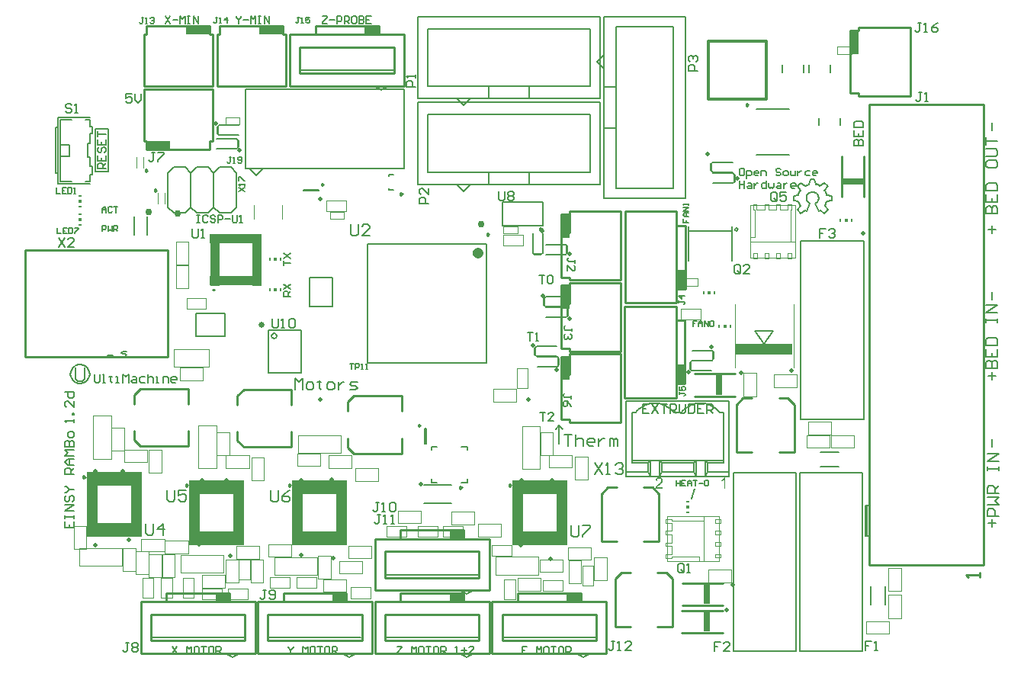
<source format=gto>
G04*
G04 #@! TF.GenerationSoftware,Altium Limited,Altium Designer,21.0.8 (223)*
G04*
G04 Layer_Color=65535*
%FSLAX25Y25*%
%MOIN*%
G70*
G04*
G04 #@! TF.SameCoordinates,9996C82E-4A36-4C5B-9496-8E533FBA6DEC*
G04*
G04*
G04 #@! TF.FilePolarity,Positive*
G04*
G01*
G75*
%ADD10C,0.00984*%
%ADD11C,0.00600*%
%ADD12C,0.00800*%
%ADD13C,0.01000*%
%ADD14C,0.02362*%
%ADD15C,0.00394*%
%ADD16C,0.00500*%
%ADD17C,0.02500*%
%ADD18C,0.03000*%
%ADD19C,0.02000*%
%ADD20C,0.01968*%
%ADD21C,0.00787*%
%ADD22C,0.01181*%
%ADD23C,0.00197*%
%ADD24C,0.00039*%
%ADD25C,0.00200*%
%ADD26C,0.00400*%
%ADD27C,0.00700*%
%ADD28R,0.02953X0.08790*%
%ADD29R,0.24505X0.04921*%
%ADD30R,0.00590X0.01200*%
%ADD31R,0.00600X0.01200*%
%ADD32R,0.01190X0.01200*%
%ADD33R,0.04921X0.28150*%
%ADD34R,0.24213X0.05945*%
%ADD35R,0.04961X0.28189*%
%ADD36R,0.22559X0.04291*%
%ADD37R,0.04331X0.22520*%
%ADD38R,0.22559X0.04409*%
%ADD39R,0.04370X0.22520*%
%ADD40R,0.01200X0.01190*%
%ADD41R,0.01200X0.00600*%
%ADD42R,0.01200X0.00590*%
%ADD43R,0.08790X0.02953*%
G36*
X100233Y271053D02*
X89928D01*
Y274803D01*
X100233D01*
Y271053D01*
D02*
G37*
G36*
X68133D02*
X57828D01*
Y274803D01*
X68133D01*
Y271053D01*
D02*
G37*
G36*
X351907Y262623D02*
X348158D01*
Y272928D01*
X351907D01*
Y262623D01*
D02*
G37*
G36*
X50938Y220703D02*
X40633D01*
Y224453D01*
X50938D01*
Y220703D01*
D02*
G37*
G36*
X225447Y182188D02*
X221697D01*
Y192493D01*
X225447D01*
Y182188D01*
D02*
G37*
G36*
X276058Y159928D02*
X272307D01*
Y166788D01*
X276058D01*
Y159928D01*
D02*
G37*
G36*
X225447Y151086D02*
X221697D01*
Y161391D01*
X225447D01*
Y151086D01*
D02*
G37*
G36*
Y119983D02*
X221697D01*
Y130289D01*
X225447D01*
Y119983D01*
D02*
G37*
G36*
X275957Y118528D02*
X272207D01*
Y125388D01*
X275957D01*
Y118528D01*
D02*
G37*
G36*
X264751Y77447D02*
X264801Y77443D01*
X264862Y77440D01*
X264930Y77429D01*
X265009Y77418D01*
X265091Y77400D01*
X265181Y77379D01*
X265270Y77354D01*
X265367Y77322D01*
X265460Y77282D01*
X265553Y77236D01*
X265642Y77186D01*
X265728Y77125D01*
X265811Y77053D01*
X265814Y77050D01*
X265829Y77035D01*
X265850Y77014D01*
X265875Y76982D01*
X265907Y76946D01*
X265943Y76899D01*
X265983Y76846D01*
X266022Y76785D01*
X266058Y76717D01*
X266097Y76641D01*
X266133Y76559D01*
X266165Y76473D01*
X266190Y76380D01*
X266212Y76284D01*
X266226Y76180D01*
X266230Y76072D01*
Y76069D01*
Y76058D01*
Y76044D01*
Y76022D01*
X266226Y75994D01*
X266222Y75965D01*
X266219Y75929D01*
X266215Y75890D01*
X266201Y75800D01*
X266179Y75700D01*
X266147Y75596D01*
X266108Y75489D01*
Y75485D01*
X266101Y75474D01*
X266094Y75460D01*
X266083Y75439D01*
X266072Y75414D01*
X266054Y75381D01*
X266036Y75345D01*
X266011Y75306D01*
X265986Y75263D01*
X265957Y75217D01*
X265886Y75113D01*
X265846Y75059D01*
X265804Y75002D01*
X265754Y74945D01*
X265703Y74884D01*
X265700Y74880D01*
X265689Y74869D01*
X265675Y74852D01*
X265650Y74826D01*
X265617Y74794D01*
X265578Y74755D01*
X265535Y74708D01*
X265481Y74655D01*
X265421Y74597D01*
X265349Y74533D01*
X265274Y74461D01*
X265188Y74383D01*
X265095Y74300D01*
X264995Y74211D01*
X264883Y74114D01*
X264765Y74014D01*
X264758Y74010D01*
X264740Y73992D01*
X264715Y73971D01*
X264680Y73939D01*
X264633Y73903D01*
X264586Y73860D01*
X264533Y73813D01*
X264475Y73763D01*
X264354Y73659D01*
X264296Y73606D01*
X264239Y73555D01*
X264185Y73505D01*
X264139Y73462D01*
X264096Y73423D01*
X264064Y73387D01*
X264056Y73380D01*
X264039Y73359D01*
X264010Y73326D01*
X263974Y73287D01*
X263935Y73237D01*
X263892Y73183D01*
X263849Y73122D01*
X263809Y73062D01*
X266237D01*
Y72478D01*
X262965D01*
Y72482D01*
Y72489D01*
Y72499D01*
Y72514D01*
Y72535D01*
X262968Y72557D01*
X262972Y72614D01*
X262979Y72675D01*
X262990Y72746D01*
X263008Y72822D01*
X263033Y72897D01*
Y72900D01*
X263040Y72911D01*
X263047Y72929D01*
X263058Y72954D01*
X263069Y72986D01*
X263086Y73022D01*
X263108Y73062D01*
X263129Y73104D01*
X263154Y73155D01*
X263187Y73205D01*
X263255Y73316D01*
X263337Y73434D01*
X263434Y73555D01*
X263437Y73559D01*
X263448Y73570D01*
X263462Y73588D01*
X263484Y73613D01*
X263512Y73645D01*
X263548Y73681D01*
X263588Y73724D01*
X263638Y73770D01*
X263691Y73824D01*
X263749Y73881D01*
X263813Y73942D01*
X263885Y74010D01*
X263964Y74078D01*
X264046Y74150D01*
X264135Y74225D01*
X264228Y74304D01*
X264232Y74307D01*
X264239Y74311D01*
X264250Y74322D01*
X264264Y74332D01*
X264282Y74350D01*
X264304Y74368D01*
X264357Y74415D01*
X264425Y74468D01*
X264497Y74537D01*
X264579Y74608D01*
X264665Y74687D01*
X264758Y74769D01*
X264848Y74855D01*
X264941Y74941D01*
X265027Y75030D01*
X265113Y75116D01*
X265188Y75199D01*
X265259Y75281D01*
X265317Y75356D01*
X265320Y75360D01*
X265327Y75374D01*
X265342Y75396D01*
X265363Y75421D01*
X265385Y75457D01*
X265406Y75496D01*
X265435Y75542D01*
X265460Y75593D01*
X265485Y75646D01*
X265514Y75704D01*
X265560Y75829D01*
X265578Y75893D01*
X265592Y75958D01*
X265599Y76022D01*
X265603Y76087D01*
Y76090D01*
Y76104D01*
Y76122D01*
X265599Y76148D01*
X265596Y76180D01*
X265589Y76215D01*
X265582Y76255D01*
X265571Y76298D01*
X265557Y76344D01*
X265539Y76394D01*
X265517Y76445D01*
X265492Y76495D01*
X265463Y76548D01*
X265428Y76599D01*
X265388Y76649D01*
X265342Y76695D01*
X265338Y76699D01*
X265331Y76706D01*
X265317Y76717D01*
X265295Y76735D01*
X265270Y76753D01*
X265238Y76774D01*
X265202Y76799D01*
X265163Y76820D01*
X265116Y76846D01*
X265066Y76867D01*
X265009Y76889D01*
X264951Y76906D01*
X264887Y76924D01*
X264819Y76935D01*
X264748Y76942D01*
X264672Y76946D01*
X264629D01*
X264601Y76942D01*
X264561Y76939D01*
X264518Y76932D01*
X264472Y76924D01*
X264418Y76914D01*
X264364Y76899D01*
X264307Y76881D01*
X264250Y76860D01*
X264189Y76835D01*
X264132Y76803D01*
X264074Y76767D01*
X264017Y76727D01*
X263967Y76681D01*
X263964Y76677D01*
X263956Y76670D01*
X263942Y76652D01*
X263928Y76634D01*
X263906Y76606D01*
X263885Y76573D01*
X263860Y76534D01*
X263838Y76491D01*
X263813Y76445D01*
X263788Y76387D01*
X263767Y76330D01*
X263745Y76266D01*
X263731Y76194D01*
X263716Y76119D01*
X263709Y76040D01*
X263706Y75954D01*
X263079Y76019D01*
Y76022D01*
Y76026D01*
X263083Y76037D01*
Y76051D01*
X263086Y76087D01*
X263097Y76133D01*
X263108Y76190D01*
X263122Y76258D01*
X263140Y76334D01*
X263161Y76412D01*
X263190Y76498D01*
X263222Y76584D01*
X263262Y76674D01*
X263308Y76763D01*
X263358Y76849D01*
X263419Y76932D01*
X263484Y77010D01*
X263559Y77082D01*
X263562Y77085D01*
X263577Y77096D01*
X263602Y77118D01*
X263634Y77139D01*
X263677Y77168D01*
X263727Y77200D01*
X263788Y77232D01*
X263856Y77268D01*
X263935Y77300D01*
X264017Y77332D01*
X264110Y77365D01*
X264211Y77393D01*
X264318Y77418D01*
X264432Y77436D01*
X264554Y77447D01*
X264683Y77451D01*
X264715D01*
X264751Y77447D01*
D02*
G37*
G36*
X293683Y72478D02*
X293075D01*
Y76351D01*
X293071Y76348D01*
X293064Y76341D01*
X293053Y76330D01*
X293035Y76316D01*
X293014Y76298D01*
X292985Y76273D01*
X292953Y76248D01*
X292921Y76219D01*
X292878Y76190D01*
X292835Y76155D01*
X292788Y76122D01*
X292738Y76083D01*
X292681Y76047D01*
X292624Y76008D01*
X292495Y75929D01*
X292491Y75925D01*
X292480Y75918D01*
X292459Y75908D01*
X292434Y75897D01*
X292405Y75879D01*
X292369Y75858D01*
X292326Y75836D01*
X292284Y75811D01*
X292183Y75761D01*
X292076Y75711D01*
X291965Y75661D01*
X291858Y75618D01*
Y76205D01*
X291865Y76208D01*
X291879Y76215D01*
X291908Y76230D01*
X291943Y76248D01*
X291986Y76269D01*
X292040Y76298D01*
X292097Y76330D01*
X292158Y76366D01*
X292226Y76409D01*
X292298Y76452D01*
X292448Y76552D01*
X292602Y76663D01*
X292749Y76785D01*
X292753Y76788D01*
X292767Y76799D01*
X292785Y76817D01*
X292810Y76842D01*
X292842Y76874D01*
X292878Y76910D01*
X292917Y76953D01*
X292960Y76996D01*
X293003Y77046D01*
X293050Y77100D01*
X293139Y77211D01*
X293221Y77329D01*
X293257Y77390D01*
X293289Y77451D01*
X293683D01*
Y72478D01*
D02*
G37*
G54D10*
X303604Y240387D02*
X302866Y240814D01*
Y239961D01*
X303604Y240387D01*
X213404Y186031D02*
X212666Y186458D01*
Y185605D01*
X213404Y186031D01*
X190108Y183696D02*
X189370Y184122D01*
Y183270D01*
X190108Y183696D01*
X199861Y73991D02*
X199122Y74418D01*
Y73565D01*
X199861Y73991D01*
X70209Y159586D02*
X69421D01*
X70209D01*
X152362Y201378D02*
X151624Y201804D01*
Y200952D01*
X152362Y201378D01*
X160335Y100197D02*
X159597Y100623D01*
Y99771D01*
X160335Y100197D01*
X178425Y73071D02*
X177687Y73497D01*
Y72645D01*
X178425Y73071D01*
X117815Y205512D02*
X117077Y205938D01*
Y205086D01*
X117815Y205512D01*
X13723Y77591D02*
X12985Y78017D01*
Y77165D01*
X13723Y77591D01*
X58461Y73991D02*
X57722Y74418D01*
Y73565D01*
X58461Y73991D01*
X103461D02*
X102722Y74418D01*
Y73565D01*
X103461Y73991D01*
G54D11*
X262757Y109878D02*
X261785Y109833D01*
X260821Y109698D01*
X259874Y109474D01*
X258951Y109164D01*
X258062Y108769D01*
X257212Y108294D01*
X256411Y107743D01*
X255663Y107119D01*
X254977Y106429D01*
X254358Y105678D01*
X271158D02*
X270538Y106429D01*
X269852Y107119D01*
X269105Y107743D01*
X268303Y108294D01*
X267453Y108769D01*
X266563Y109164D01*
X265641Y109474D01*
X264694Y109698D01*
X263730Y109833D01*
X262757Y109878D01*
X282757D02*
X281785Y109833D01*
X280821Y109698D01*
X279874Y109474D01*
X278952Y109164D01*
X278062Y108769D01*
X277212Y108294D01*
X276411Y107743D01*
X275663Y107119D01*
X274977Y106429D01*
X274358Y105678D01*
X291158D02*
X290538Y106429D01*
X289852Y107119D01*
X289105Y107743D01*
X288303Y108294D01*
X287453Y108769D01*
X286563Y109164D01*
X285641Y109474D01*
X284694Y109698D01*
X283730Y109833D01*
X282757Y109878D01*
X97670Y139282D02*
X97319Y140130D01*
X96470Y140482D01*
X95622Y140130D01*
X95270Y139282D01*
X95622Y138433D01*
X96470Y138082D01*
X97319Y138433D01*
X97670Y139282D01*
X196344Y187413D02*
X213864D01*
X196344D02*
Y197650D01*
X213864D01*
Y187413D02*
Y197650D01*
X207916Y243065D02*
Y248379D01*
X190199Y243065D02*
Y248379D01*
X159254Y243065D02*
Y278891D01*
X238861D01*
Y243065D02*
Y278891D01*
X159254Y243065D02*
X238861D01*
X250257Y77878D02*
X260757D01*
X250257D02*
Y79878D01*
Y110878D01*
X252758Y84878D02*
Y105878D01*
X254457D01*
X252758Y84878D02*
X260757D01*
X250257Y79878D02*
X259757D01*
X252758Y83878D02*
X259757D01*
Y79878D02*
X260757Y77878D01*
X259757Y83878D02*
X260757Y84878D01*
X252758Y83878D02*
Y84878D01*
X264757D02*
X265757Y83878D01*
Y79878D02*
Y83878D01*
X264757Y77878D02*
X265757Y79878D01*
X259757Y83878D02*
X260757Y84878D01*
X259757Y79878D02*
X260757Y77878D01*
X259757Y79878D02*
Y83878D01*
X260757Y77878D02*
Y84878D01*
X264757Y77878D02*
Y84878D01*
X252758Y105878D02*
X254257D01*
X279757Y83878D02*
X280757Y84878D01*
X284757D02*
X285757Y83878D01*
X284757Y77878D02*
X285757Y79878D01*
X279757D02*
X280757Y77878D01*
X279757Y79878D02*
Y83878D01*
X285757Y79878D02*
Y83878D01*
X284757Y77878D02*
Y84878D01*
X280757Y77878D02*
Y84878D01*
X285757Y83878D02*
X292758D01*
X265757D02*
X279757D01*
X265757Y79878D02*
X279757D01*
X285757D02*
X295257D01*
X260757Y77878D02*
X264757D01*
X280757D01*
X284757D01*
X295257D01*
X260757Y84878D02*
X264757D01*
X280757D01*
X284757D01*
X292758D01*
X291057Y105878D02*
X292758D01*
X271257D02*
X274257D01*
X292758Y83878D02*
Y84878D01*
Y105878D01*
X295257Y79878D02*
Y110878D01*
Y77878D02*
Y79878D01*
X250257Y110878D02*
X295257D01*
X240413Y230291D02*
X245728D01*
X240413Y248007D02*
X245728D01*
X240413Y278952D02*
X276239D01*
Y199346D02*
Y278952D01*
X240413Y199346D02*
X276239D01*
X240413D02*
Y278952D01*
X49910Y195534D02*
X52410Y193034D01*
X57410D02*
X59910Y195534D01*
X62410Y193034D01*
X67410D02*
X69910Y195534D01*
X49910D02*
Y210534D01*
X52410Y213034D01*
X57410D01*
X59910Y210534D01*
X62410Y213034D01*
X67410D01*
X69910Y210534D01*
X59910Y195534D02*
Y210534D01*
X69910Y195534D02*
Y210534D01*
X62410Y193034D02*
X67410D01*
X52410D02*
X57410D01*
X69910Y195534D02*
X72410Y193034D01*
X77410D02*
X79910Y195534D01*
X69910Y210534D02*
X72410Y213034D01*
X77410D01*
X79910Y210534D01*
Y195534D02*
Y210534D01*
X72410Y193034D02*
X77410D01*
X1831Y205976D02*
X15831D01*
X1831D02*
Y210476D01*
Y234976D02*
X15831D01*
X2831Y222976D02*
Y233976D01*
X831Y230476D02*
X1831D01*
X831Y225476D02*
Y230476D01*
Y210476D02*
X1831D01*
Y234976D01*
X831Y215476D02*
Y225476D01*
Y210476D02*
Y215476D01*
X2831Y222976D02*
X6831D01*
X2831Y217976D02*
Y222976D01*
X6831Y217976D02*
Y222976D01*
X2831Y217976D02*
X6831D01*
X2831Y206976D02*
Y217976D01*
X15831Y230976D02*
Y233976D01*
Y230976D02*
X16831D01*
Y227976D02*
Y230976D01*
X15831Y227976D02*
X16831D01*
X15831Y223476D02*
Y227976D01*
X14831Y223476D02*
X15831D01*
X14831Y217476D02*
Y223476D01*
Y217476D02*
X15831D01*
Y213476D02*
Y217476D01*
Y213476D02*
X16831D01*
Y209976D02*
Y213476D01*
X15831Y209976D02*
X16831D01*
X15831Y206976D02*
Y209976D01*
X13831Y233976D02*
X15831D01*
X2831D02*
X7831D01*
X2831Y206976D02*
X7831D01*
X13831D02*
X15831D01*
X40875Y183503D02*
Y191440D01*
X35319Y183503D02*
Y191440D01*
X140278Y248546D02*
X143278Y246846D01*
X146278Y248546D01*
X108178Y255446D02*
X148357D01*
X159254Y205565D02*
X238861D01*
Y241391D01*
X159254D02*
X238861D01*
X159254Y205565D02*
Y241391D01*
X190199Y205565D02*
Y210879D01*
X207916Y205565D02*
Y210879D01*
X42983Y7403D02*
X83161D01*
X78083Y-1197D02*
X81083Y503D01*
X75083D02*
X78083Y-1197D01*
X94164Y7403D02*
X134343D01*
X129264Y-1197D02*
X132264Y503D01*
X126264D02*
X129264Y-1197D01*
X145345Y34962D02*
X185524D01*
X180445Y26362D02*
X183445Y28062D01*
X177445D02*
X180445Y26362D01*
X145345Y7403D02*
X185524D01*
X180445Y-1197D02*
X183445Y503D01*
X177445D02*
X180445Y-1197D01*
X196565Y7442D02*
X236744D01*
X231665Y-1158D02*
X234665Y543D01*
X228665D02*
X231665Y-1158D01*
X212598Y105882D02*
X214998D01*
X213798D01*
Y102284D01*
X218597D02*
X216197D01*
X218597Y104683D01*
Y105282D01*
X217997Y105882D01*
X216797D01*
X216197Y105282D01*
X207139Y140843D02*
X209539D01*
X208339D01*
Y137244D01*
X210738D02*
X211938D01*
X211338D01*
Y140843D01*
X210738Y140243D01*
X212265Y165877D02*
X214664D01*
X213464D01*
Y162278D01*
X215863Y165277D02*
X216463Y165877D01*
X217663D01*
X218263Y165277D01*
Y162878D01*
X217663Y162278D01*
X216463D01*
X215863Y162878D01*
Y165277D01*
X62657Y192177D02*
X63724D01*
X63191D01*
Y188978D01*
X62657D01*
X63724D01*
X67456Y191644D02*
X66923Y192177D01*
X65856D01*
X65323Y191644D01*
Y189511D01*
X65856Y188978D01*
X66923D01*
X67456Y189511D01*
X70655Y191644D02*
X70122Y192177D01*
X69055D01*
X68522Y191644D01*
Y191111D01*
X69055Y190577D01*
X70122D01*
X70655Y190044D01*
Y189511D01*
X70122Y188978D01*
X69055D01*
X68522Y189511D01*
X71721Y188978D02*
Y192177D01*
X73321D01*
X73854Y191644D01*
Y190577D01*
X73321Y190044D01*
X71721D01*
X74920Y190577D02*
X77053D01*
X78119Y192177D02*
Y189511D01*
X78652Y188978D01*
X79719D01*
X80252Y189511D01*
Y192177D01*
X81318Y188978D02*
X82385D01*
X81851D01*
Y192177D01*
X81318Y191644D01*
X117483Y279002D02*
X119615D01*
Y278469D01*
X117483Y276336D01*
Y275803D01*
X119615D01*
X120682Y277403D02*
X122814D01*
X123881Y275803D02*
Y279002D01*
X125480D01*
X126013Y278469D01*
Y277403D01*
X125480Y276870D01*
X123881D01*
X127080Y275803D02*
Y279002D01*
X128679D01*
X129212Y278469D01*
Y277403D01*
X128679Y276870D01*
X127080D01*
X128146D02*
X129212Y275803D01*
X131878Y279002D02*
X130812D01*
X130279Y278469D01*
Y276336D01*
X130812Y275803D01*
X131878D01*
X132411Y276336D01*
Y278469D01*
X131878Y279002D01*
X133477D02*
Y275803D01*
X135077D01*
X135610Y276336D01*
Y276870D01*
X135077Y277403D01*
X133477D01*
X135077D01*
X135610Y277936D01*
Y278469D01*
X135077Y279002D01*
X133477D01*
X138809D02*
X136677D01*
Y275803D01*
X138809D01*
X136677Y277403D02*
X137743D01*
X79783Y279002D02*
Y278469D01*
X80849Y277403D01*
X81915Y278469D01*
Y279002D01*
X80849Y277403D02*
Y275803D01*
X82982Y277403D02*
X85114D01*
X86181Y275803D02*
Y279002D01*
X87247Y277936D01*
X88313Y279002D01*
Y275803D01*
X89380Y279002D02*
X90446D01*
X89913D01*
Y275803D01*
X89380D01*
X90446D01*
X92045D02*
Y279002D01*
X94178Y275803D01*
Y279002D01*
X48883D02*
X51015Y275803D01*
Y279002D02*
X48883Y275803D01*
X52082Y277403D02*
X54214D01*
X55281Y275803D02*
Y279002D01*
X56347Y277936D01*
X57413Y279002D01*
Y275803D01*
X58480Y279002D02*
X59546D01*
X59013D01*
Y275803D01*
X58480D01*
X59546D01*
X61145D02*
Y279002D01*
X63278Y275803D01*
Y279002D01*
X100484Y170103D02*
Y172236D01*
Y171169D01*
X103683D01*
X100484Y173302D02*
X103683Y175435D01*
X100484D02*
X103683Y173302D01*
X9409Y125408D02*
Y120409D01*
X10409Y119409D01*
X12409D01*
X13408Y120409D01*
Y125408D01*
X51783Y3602D02*
X53915Y403D01*
Y3602D02*
X51783Y403D01*
X58181D02*
Y3602D01*
X59247Y2536D01*
X60313Y3602D01*
Y403D01*
X62979Y3602D02*
X61913D01*
X61380Y3069D01*
Y936D01*
X61913Y403D01*
X62979D01*
X63512Y936D01*
Y3069D01*
X62979Y3602D01*
X64579D02*
X66711D01*
X65645D01*
Y403D01*
X69377Y3602D02*
X68311D01*
X67778Y3069D01*
Y936D01*
X68311Y403D01*
X69377D01*
X69910Y936D01*
Y3069D01*
X69377Y3602D01*
X70977Y403D02*
Y3602D01*
X72576D01*
X73109Y3069D01*
Y2003D01*
X72576Y1469D01*
X70977D01*
X72043D02*
X73109Y403D01*
X29557Y130278D02*
X31157D01*
X31690Y130811D01*
X31157Y131344D01*
X30091D01*
X29557Y131877D01*
X30091Y132411D01*
X31690D01*
X150057Y3577D02*
X152190D01*
Y3044D01*
X150057Y911D01*
Y378D01*
X152190D01*
X156455D02*
Y3577D01*
X157522Y2511D01*
X158588Y3577D01*
Y378D01*
X161254Y3577D02*
X160188D01*
X159654Y3044D01*
Y911D01*
X160188Y378D01*
X161254D01*
X161787Y911D01*
Y3044D01*
X161254Y3577D01*
X162853D02*
X164986D01*
X163920D01*
Y378D01*
X167652Y3577D02*
X166586D01*
X166052Y3044D01*
Y911D01*
X166586Y378D01*
X167652D01*
X168185Y911D01*
Y3044D01*
X167652Y3577D01*
X169251Y378D02*
Y3577D01*
X170851D01*
X171384Y3044D01*
Y1977D01*
X170851Y1444D01*
X169251D01*
X170318D02*
X171384Y378D01*
X175649D02*
X176716D01*
X176182D01*
Y3577D01*
X175649Y3044D01*
X178315Y1977D02*
X180448D01*
X179381Y3044D02*
Y911D01*
X183647Y378D02*
X181514D01*
X183647Y2511D01*
Y3044D01*
X183114Y3577D01*
X182047D01*
X181514Y3044D01*
X23558Y130777D02*
X25690D01*
X102558Y3577D02*
Y3044D01*
X103624Y1977D01*
X104690Y3044D01*
Y3577D01*
X103624Y1977D02*
Y378D01*
X108955D02*
Y3577D01*
X110022Y2511D01*
X111088Y3577D01*
Y378D01*
X113754Y3577D02*
X112688D01*
X112154Y3044D01*
Y911D01*
X112688Y378D01*
X113754D01*
X114287Y911D01*
Y3044D01*
X113754Y3577D01*
X115353D02*
X117486D01*
X116420D01*
Y378D01*
X120152Y3577D02*
X119086D01*
X118552Y3044D01*
Y911D01*
X119086Y378D01*
X120152D01*
X120685Y911D01*
Y3044D01*
X120152Y3577D01*
X121751Y378D02*
Y3577D01*
X123351D01*
X123884Y3044D01*
Y1977D01*
X123351Y1444D01*
X121751D01*
X122818D02*
X123884Y378D01*
X299857Y207077D02*
Y203878D01*
Y205477D01*
X301990D01*
Y207077D01*
Y203878D01*
X303590Y206011D02*
X304656D01*
X305189Y205477D01*
Y203878D01*
X303590D01*
X303056Y204411D01*
X303590Y204944D01*
X305189D01*
X306255Y206011D02*
Y203878D01*
Y204944D01*
X306789Y205477D01*
X307322Y206011D01*
X307855D01*
X311587Y207077D02*
Y203878D01*
X309988D01*
X309454Y204411D01*
Y205477D01*
X309988Y206011D01*
X311587D01*
X312653D02*
Y204411D01*
X313187Y203878D01*
X313720Y204411D01*
X314253Y203878D01*
X314786Y204411D01*
Y206011D01*
X316386D02*
X317452D01*
X317985Y205477D01*
Y203878D01*
X316386D01*
X315852Y204411D01*
X316386Y204944D01*
X317985D01*
X319051Y206011D02*
Y203878D01*
Y204944D01*
X319584Y205477D01*
X320118Y206011D01*
X320651D01*
X323850Y203878D02*
X322783D01*
X322250Y204411D01*
Y205477D01*
X322783Y206011D01*
X323850D01*
X324383Y205477D01*
Y204944D01*
X322250D01*
X301357Y212577D02*
X300291D01*
X299758Y212044D01*
Y209911D01*
X300291Y209378D01*
X301357D01*
X301890Y209911D01*
Y212044D01*
X301357Y212577D01*
X302956Y208312D02*
Y211511D01*
X304556D01*
X305089Y210977D01*
Y209911D01*
X304556Y209378D01*
X302956D01*
X307755D02*
X306689D01*
X306155Y209911D01*
Y210977D01*
X306689Y211511D01*
X307755D01*
X308288Y210977D01*
Y210444D01*
X306155D01*
X309354Y209378D02*
Y211511D01*
X310954D01*
X311487Y210977D01*
Y209378D01*
X317885Y212044D02*
X317352Y212577D01*
X316285D01*
X315752Y212044D01*
Y211511D01*
X316285Y210977D01*
X317352D01*
X317885Y210444D01*
Y209911D01*
X317352Y209378D01*
X316285D01*
X315752Y209911D01*
X319484Y209378D02*
X320551D01*
X321084Y209911D01*
Y210977D01*
X320551Y211511D01*
X319484D01*
X318951Y210977D01*
Y209911D01*
X319484Y209378D01*
X322150Y211511D02*
Y209911D01*
X322683Y209378D01*
X324283D01*
Y211511D01*
X325349D02*
Y209378D01*
Y210444D01*
X325882Y210977D01*
X326416Y211511D01*
X326949D01*
X330681D02*
X329081D01*
X328548Y210977D01*
Y209911D01*
X329081Y209378D01*
X330681D01*
X333347D02*
X332280D01*
X331747Y209911D01*
Y210977D01*
X332280Y211511D01*
X333347D01*
X333880Y210977D01*
Y210444D01*
X331747D01*
X206890Y3377D02*
X204757D01*
Y178D01*
X206890D01*
X204757Y1777D02*
X205824D01*
X211155Y178D02*
Y3377D01*
X212222Y2311D01*
X213288Y3377D01*
Y178D01*
X215954Y3377D02*
X214888D01*
X214354Y2844D01*
Y711D01*
X214888Y178D01*
X215954D01*
X216487Y711D01*
Y2844D01*
X215954Y3377D01*
X217553D02*
X219686D01*
X218620D01*
Y178D01*
X222352Y3377D02*
X221286D01*
X220752Y2844D01*
Y711D01*
X221286Y178D01*
X222352D01*
X222885Y711D01*
Y2844D01*
X222352Y3377D01*
X223951Y178D02*
Y3377D01*
X225551D01*
X226084Y2844D01*
Y1777D01*
X225551Y1244D01*
X223951D01*
X225018D02*
X226084Y178D01*
X103683Y156603D02*
X100484D01*
Y158203D01*
X101017Y158736D01*
X102083D01*
X102616Y158203D01*
Y156603D01*
Y157669D02*
X103683Y158736D01*
X100484Y159802D02*
X103683Y161935D01*
X100484D02*
X103683Y159802D01*
X22732Y212403D02*
X19233D01*
Y214153D01*
X19817Y214736D01*
X20983D01*
X21566Y214153D01*
Y212403D01*
Y213569D02*
X22732Y214736D01*
X19233Y218235D02*
Y215902D01*
X22732D01*
Y218235D01*
X20983Y215902D02*
Y217068D01*
X19817Y221733D02*
X19233Y221150D01*
Y219984D01*
X19817Y219401D01*
X20400D01*
X20983Y219984D01*
Y221150D01*
X21566Y221733D01*
X22149D01*
X22732Y221150D01*
Y219984D01*
X22149Y219401D01*
X19233Y225232D02*
Y222900D01*
X22732D01*
Y225232D01*
X20983Y222900D02*
Y224066D01*
X19233Y226399D02*
Y228731D01*
Y227565D01*
X22732D01*
X226215Y111841D02*
Y113007D01*
Y112424D01*
X223300D01*
X222716Y113007D01*
Y113590D01*
X223300Y114173D01*
X226215Y108342D02*
X225632Y109508D01*
X224466Y110674D01*
X223300D01*
X222716Y110091D01*
Y108925D01*
X223300Y108342D01*
X223883D01*
X224466Y108925D01*
Y110674D01*
X226570Y141329D02*
Y142495D01*
Y141912D01*
X223654D01*
X223071Y142495D01*
Y143078D01*
X223654Y143661D01*
X225987Y140163D02*
X226570Y139579D01*
Y138413D01*
X225987Y137830D01*
X225403D01*
X224820Y138413D01*
Y138996D01*
Y138413D01*
X224237Y137830D01*
X223654D01*
X223071Y138413D01*
Y139579D01*
X223654Y140163D01*
X227956Y171211D02*
Y172377D01*
Y171794D01*
X225041D01*
X224458Y172377D01*
Y172960D01*
X225041Y173543D01*
X224458Y167712D02*
Y170044D01*
X226790Y167712D01*
X227373D01*
X227956Y168295D01*
Y169461D01*
X227373Y170044D01*
G54D12*
X337057Y196278D02*
X337544Y197243D01*
X337858Y198278D01*
X337958Y201078D02*
X337585Y202017D01*
X337057Y202878D01*
X334958Y204878D02*
X334089Y205348D01*
X333157Y205678D01*
X330258Y205578D02*
X329381Y205293D01*
X328557Y204878D01*
X326458Y202878D02*
X325984Y202011D01*
X325658Y201078D01*
Y198078D02*
X325985Y197146D01*
X326458Y196278D01*
X332958Y197178D02*
X333740Y197754D01*
X334271Y198568D01*
X334483Y199516D01*
X334349Y200479D01*
X333887Y201334D01*
X333154Y201972D01*
X332243Y202312D01*
X331272D01*
X330361Y201972D01*
X329628Y201334D01*
X329166Y200479D01*
X329032Y199516D01*
X329244Y198568D01*
X329775Y197754D01*
X330557Y197178D01*
X299163Y185794D02*
X298618Y186543D01*
X297738Y186257D01*
Y185331D01*
X298618Y185045D01*
X299163Y185794D01*
X88465Y209528D02*
X91417Y212480D01*
X88268Y209724D02*
X88465Y209528D01*
X85512Y212480D02*
X88268Y209724D01*
X83858Y212480D02*
Y247126D01*
X153307D01*
Y212480D02*
Y247126D01*
X83858Y212480D02*
X153307D01*
X179044Y240078D02*
X182031Y243065D01*
X176058D02*
X179044Y240078D01*
X237426Y259162D02*
X240413Y256176D01*
X237426Y259162D02*
X240413Y262149D01*
X332958Y197178D02*
X334358Y193778D01*
X335157Y194178D01*
X336958Y192978D01*
X338357Y194378D01*
X337057Y196178D02*
X338357Y194378D01*
X337858Y198178D02*
X340057Y198578D01*
Y200578D01*
X337858Y200978D02*
X340057Y200578D01*
X336958Y202878D02*
X338357Y204778D01*
X336958Y206178D02*
X338357Y204778D01*
X334958Y204878D02*
X336958Y206178D01*
X332658Y207978D02*
X333157Y205578D01*
X330757Y207978D02*
X332658D01*
X330258Y205578D02*
X330757Y207978D01*
X326557Y206178D02*
X328457Y204878D01*
X325157Y204778D02*
X326557Y206178D01*
X325157Y204778D02*
X326458Y202878D01*
X323358Y200578D02*
X325658Y200978D01*
X323358Y198578D02*
Y200578D01*
Y198578D02*
X325557Y198178D01*
X325157Y194378D02*
X326358Y196178D01*
X325157Y194378D02*
X326557Y192978D01*
X328358Y194178D01*
X329058Y193778D01*
X330557Y197178D01*
X93690Y123282D02*
Y141831D01*
X108170D01*
Y123282D02*
Y141831D01*
X93690Y123282D02*
X108170D01*
X306591Y141397D02*
X310591Y135929D01*
X314528Y141397D01*
X306591D02*
X314528D01*
X277458Y172093D02*
Y185105D01*
Y187074D01*
X296407Y185105D02*
Y187074D01*
Y172093D02*
Y185105D01*
X277458D02*
X296407D01*
X355557Y51778D02*
X356358D01*
X355557D02*
Y65278D01*
X356358D01*
X354857Y51778D02*
X355557D01*
X354857D02*
Y65278D01*
X356358D01*
X176058Y205565D02*
X179044Y202578D01*
X182031Y205565D01*
X220983Y92103D02*
Y100003D01*
X219483Y98503D02*
X220983Y100003D01*
X222483Y98503D01*
X23832Y211203D02*
Y229903D01*
X18032D02*
X23832D01*
X18032Y211203D02*
Y229903D01*
Y211203D02*
X23832D01*
X278883Y68303D02*
X280083Y72403D01*
X8758Y101575D02*
Y102908D01*
Y102241D01*
X4759D01*
X5425Y101575D01*
X8758Y104907D02*
X8091D01*
Y105573D01*
X8758D01*
Y104907D01*
Y110905D02*
Y108239D01*
X6092Y110905D01*
X5425D01*
X4759Y110239D01*
Y108906D01*
X5425Y108239D01*
X4759Y114904D02*
X8758D01*
Y112905D01*
X8091Y112238D01*
X6758D01*
X6092Y112905D01*
Y114904D01*
X223283Y96302D02*
X226615D01*
X224949D01*
Y91303D01*
X228281Y96302D02*
Y91303D01*
Y93802D01*
X229114Y94635D01*
X230780D01*
X231613Y93802D01*
Y91303D01*
X235779D02*
X234113D01*
X233279Y92136D01*
Y93802D01*
X234113Y94635D01*
X235779D01*
X236612Y93802D01*
Y92969D01*
X233279D01*
X238278Y94635D02*
Y91303D01*
Y92969D01*
X239111Y93802D01*
X239944Y94635D01*
X240777D01*
X243276Y91303D02*
Y94635D01*
X244109D01*
X244942Y93802D01*
Y91303D01*
Y93802D01*
X245775Y94635D01*
X246608Y93802D01*
Y91303D01*
X105358Y115678D02*
Y120676D01*
X107024Y119010D01*
X108690Y120676D01*
Y115678D01*
X111189D02*
X112855D01*
X113688Y116511D01*
Y118177D01*
X112855Y119010D01*
X111189D01*
X110356Y118177D01*
Y116511D01*
X111189Y115678D01*
X116187Y119843D02*
Y119010D01*
X115354D01*
X117020D01*
X116187D01*
Y116511D01*
X117020Y115678D01*
X120353D02*
X122019D01*
X122852Y116511D01*
Y118177D01*
X122019Y119010D01*
X120353D01*
X119520Y118177D01*
Y116511D01*
X120353Y115678D01*
X124518Y119010D02*
Y115678D01*
Y117344D01*
X125351Y118177D01*
X126184Y119010D01*
X127017D01*
X129516Y115678D02*
X132016D01*
X132849Y116511D01*
X132016Y117344D01*
X130349D01*
X129516Y118177D01*
X130349Y119010D01*
X132849D01*
X410158Y55678D02*
Y59010D01*
X408492Y57344D02*
X411824D01*
X410158Y90667D02*
Y93999D01*
X4759Y58153D02*
Y55487D01*
X8758D01*
Y58153D01*
X6758Y55487D02*
Y56820D01*
X4759Y59486D02*
Y60819D01*
Y60153D01*
X8758D01*
Y59486D01*
Y60819D01*
Y62818D02*
X4759D01*
X8758Y65484D01*
X4759D01*
X5425Y69483D02*
X4759Y68816D01*
Y67484D01*
X5425Y66817D01*
X6092D01*
X6758Y67484D01*
Y68816D01*
X7425Y69483D01*
X8091D01*
X8758Y68816D01*
Y67484D01*
X8091Y66817D01*
X4759Y70816D02*
X5425D01*
X6758Y72149D01*
X5425Y73482D01*
X4759D01*
X6758Y72149D02*
X8758D01*
Y78813D02*
X4759D01*
Y80813D01*
X5425Y81479D01*
X6758D01*
X7425Y80813D01*
Y78813D01*
Y80146D02*
X8758Y81479D01*
Y82812D02*
X6092D01*
X4759Y84145D01*
X6092Y85478D01*
X8758D01*
X6758D01*
Y82812D01*
X8758Y86811D02*
X4759D01*
X6092Y88143D01*
X4759Y89476D01*
X8758D01*
X4759Y90809D02*
X8758D01*
Y92809D01*
X8091Y93475D01*
X7425D01*
X6758Y92809D01*
Y90809D01*
Y92809D01*
X6092Y93475D01*
X5425D01*
X4759Y92809D01*
Y90809D01*
X8758Y95474D02*
Y96807D01*
X8091Y97474D01*
X6758D01*
X6092Y96807D01*
Y95474D01*
X6758Y94808D01*
X8091D01*
X8758Y95474D01*
X413058Y60378D02*
X408059D01*
Y62877D01*
X408892Y63710D01*
X410558D01*
X411391Y62877D01*
Y60378D01*
X408059Y65376D02*
X413058D01*
X411391Y67042D01*
X413058Y68709D01*
X408059D01*
X413058Y70375D02*
X408059D01*
Y72874D01*
X408892Y73707D01*
X410558D01*
X411391Y72874D01*
Y70375D01*
Y72041D02*
X413058Y73707D01*
X408059Y80371D02*
Y82038D01*
Y81204D01*
X413058D01*
Y80371D01*
Y82038D01*
Y84537D02*
X408059D01*
X413058Y87869D01*
X408059D01*
X407659Y125278D02*
X412657D01*
Y127777D01*
X411824Y128610D01*
X410991D01*
X410158Y127777D01*
Y125278D01*
Y127777D01*
X409325Y128610D01*
X408492D01*
X407659Y127777D01*
Y125278D01*
Y133609D02*
Y130276D01*
X412657D01*
Y133609D01*
X410158Y130276D02*
Y131942D01*
X407659Y135275D02*
X412657D01*
Y137774D01*
X411824Y138607D01*
X408492D01*
X407659Y137774D01*
Y135275D01*
Y145272D02*
Y146938D01*
Y146105D01*
X412657D01*
Y145272D01*
Y146938D01*
Y149437D02*
X407659D01*
X412657Y152769D01*
X407659D01*
X410158Y120178D02*
Y123510D01*
X408492Y121844D02*
X411824D01*
X410158Y155167D02*
Y158499D01*
Y184178D02*
Y187510D01*
X408492Y185844D02*
X411824D01*
X410158Y229163D02*
Y232496D01*
X407659Y192778D02*
X412657D01*
Y195277D01*
X411824Y196110D01*
X410991D01*
X410158Y195277D01*
Y192778D01*
Y195277D01*
X409325Y196110D01*
X408492D01*
X407659Y195277D01*
Y192778D01*
Y201109D02*
Y197776D01*
X412657D01*
Y201109D01*
X410158Y197776D02*
Y199443D01*
X407659Y202775D02*
X412657D01*
Y205274D01*
X411824Y206107D01*
X408492D01*
X407659Y205274D01*
Y202775D01*
Y215271D02*
Y213604D01*
X408492Y212772D01*
X411824D01*
X412657Y213604D01*
Y215271D01*
X411824Y216104D01*
X408492D01*
X407659Y215271D01*
Y217770D02*
X411824D01*
X412657Y218603D01*
Y220269D01*
X411824Y221102D01*
X407659D01*
Y222768D02*
Y226100D01*
Y224434D01*
X412657D01*
X226283Y56401D02*
Y52236D01*
X227116Y51403D01*
X228782D01*
X229615Y52236D01*
Y56401D01*
X231281D02*
X234613D01*
Y55568D01*
X231281Y52236D01*
Y51403D01*
X94858Y71676D02*
Y67511D01*
X95691Y66678D01*
X97357D01*
X98190Y67511D01*
Y71676D01*
X103188D02*
X101522Y70843D01*
X99856Y69177D01*
Y67511D01*
X100689Y66678D01*
X102355D01*
X103188Y67511D01*
Y68344D01*
X102355Y69177D01*
X99856D01*
X49657Y71976D02*
Y67811D01*
X50490Y66978D01*
X52157D01*
X52990Y67811D01*
Y71976D01*
X57988D02*
X54656D01*
Y69477D01*
X56322Y70310D01*
X57155D01*
X57988Y69477D01*
Y67811D01*
X57155Y66978D01*
X55489D01*
X54656Y67811D01*
X40236Y57203D02*
Y53038D01*
X41069Y52205D01*
X42735D01*
X43569Y53038D01*
Y57203D01*
X47734Y52205D02*
Y57203D01*
X45235Y54704D01*
X48567D01*
X129764Y188109D02*
Y183943D01*
X130597Y183110D01*
X132263D01*
X133096Y183943D01*
Y188109D01*
X138094Y183110D02*
X134762D01*
X138094Y186442D01*
Y187276D01*
X137261Y188109D01*
X135595D01*
X134762Y187276D01*
X236483Y83701D02*
X239815Y78703D01*
Y83701D02*
X236483Y78703D01*
X241481D02*
X243147D01*
X242314D01*
Y83701D01*
X241481Y82868D01*
X245646D02*
X246479Y83701D01*
X248146D01*
X248979Y82868D01*
Y82035D01*
X248146Y81202D01*
X247312D01*
X248146D01*
X248979Y80369D01*
Y79536D01*
X248146Y78703D01*
X246479D01*
X245646Y79536D01*
X44123Y219477D02*
X42790D01*
X43457D01*
Y216144D01*
X42790Y215478D01*
X42124D01*
X41458Y216144D01*
X45456Y219477D02*
X48122D01*
Y218810D01*
X45456Y216144D01*
Y215478D01*
G54D13*
X40755Y211635D02*
X40095Y212016D01*
Y211253D01*
X40755Y211635D01*
X44758Y202934D02*
X44097Y203315D01*
Y202553D01*
X44758Y202934D01*
X280157Y112878D02*
X297916D01*
X280157Y122799D02*
X297916D01*
X49742Y130246D02*
Y176775D01*
X-12319Y130246D02*
X49742D01*
X-12319D02*
Y176775D01*
X49742D01*
X58768Y109583D02*
Y116276D01*
Y91079D02*
Y97772D01*
X35146Y93835D02*
Y97772D01*
Y93835D02*
X37902Y91079D01*
Y91079D02*
X58768D01*
X35146Y109583D02*
Y113521D01*
X37902Y116276D02*
X58768D01*
X35146Y113521D02*
X37902Y116276D01*
X272207Y146078D02*
Y152278D01*
Y146078D02*
X275957D01*
Y118528D02*
Y146078D01*
X272207Y118528D02*
X275957D01*
X272207Y112278D02*
Y118528D01*
X249658Y112278D02*
X272207D01*
X249658D02*
Y152278D01*
X272207D01*
Y118528D02*
Y146078D01*
X71483Y271053D02*
X72683D01*
Y274803D01*
X100233D01*
Y271053D02*
Y274803D01*
Y271053D02*
X101483D01*
Y248503D02*
Y271053D01*
X71483Y248503D02*
X101483D01*
X71483D02*
Y271053D01*
X136278Y271946D02*
X142028D01*
X136278Y272846D02*
X141928D01*
X136278Y271068D02*
Y274846D01*
Y273846D02*
X142028D01*
Y271096D02*
Y274846D01*
X114478D02*
X142028D01*
X114404Y271068D02*
X141955D01*
X107678Y265554D02*
X148790D01*
X107678Y254046D02*
Y265554D01*
Y254046D02*
X148790D01*
Y265554D01*
X103278Y248546D02*
Y271096D01*
Y248546D02*
X153278D01*
Y271096D01*
X142028D02*
X153278D01*
X114478D02*
Y274846D01*
X103278Y271096D02*
X114478D01*
X356358Y39028D02*
X406357D01*
Y240528D01*
X356358D02*
X406357D01*
X356358Y39028D02*
Y240528D01*
X267800Y35789D02*
X270556Y33033D01*
X270556Y12167D02*
Y33033D01*
X263863Y35789D02*
X267800D01*
X245359Y12167D02*
Y33033D01*
X245359D02*
X248115Y35789D01*
X252052D01*
X245359Y12167D02*
X252052D01*
X263863D02*
X270556D01*
X128510Y110320D02*
X131266Y113076D01*
Y113076D02*
X152132D01*
X128510Y106384D02*
Y110320D01*
X131266Y87880D02*
X152132D01*
X128510Y90635D02*
X131266Y87880D01*
X128510Y90635D02*
Y94572D01*
X152132Y87880D02*
Y94572D01*
Y106384D02*
Y113076D01*
X80308Y113146D02*
X83064Y115902D01*
Y115902D02*
X103930D01*
X80308Y109209D02*
Y113146D01*
X83064Y90705D02*
X103930D01*
X80308Y93461D02*
X83064Y90705D01*
X80308Y93461D02*
Y97398D01*
X103930Y90705D02*
Y97398D01*
Y109209D02*
Y115902D01*
X261900Y72989D02*
X264656Y70233D01*
X264656Y49367D02*
Y70233D01*
X257963Y72989D02*
X261900D01*
X239459Y49367D02*
Y70233D01*
X239459D02*
X242215Y72989D01*
X246152D01*
X239459Y49367D02*
X246152D01*
X257963D02*
X264656D01*
X321000Y111989D02*
X323756Y109233D01*
X323756Y88367D02*
Y109233D01*
X317063Y111989D02*
X321000D01*
X298559Y88367D02*
Y109233D01*
X298559D02*
X301315Y111989D01*
X305252D01*
X298559Y88367D02*
X305252D01*
X317063D02*
X323756D01*
X272207Y118528D02*
Y126435D01*
X275957D01*
X275003Y118535D02*
Y126435D01*
X274082Y118555D02*
Y126435D01*
X273103Y118528D02*
Y126435D01*
X272307Y159928D02*
Y167835D01*
X276058D01*
X275103Y159935D02*
Y167835D01*
X274183Y159955D02*
Y167835D01*
X273203Y159928D02*
Y167835D01*
X225447Y184587D02*
Y192493D01*
X221697Y184587D02*
X225447D01*
X222651D02*
Y192487D01*
X223572Y184587D02*
Y192466D01*
X224551Y184587D02*
Y192493D01*
X225447Y153484D02*
Y161391D01*
X221697Y153484D02*
X225447D01*
X222651D02*
Y161384D01*
X223572Y153484D02*
Y161364D01*
X224551Y153484D02*
Y161391D01*
X225447Y122382D02*
Y130289D01*
X221697Y122382D02*
X225447D01*
X222651D02*
Y130282D01*
X223572Y122382D02*
Y130261D01*
X224551Y122382D02*
Y130289D01*
X274729Y31267D02*
X292487D01*
X274729Y21346D02*
X292487D01*
X354304Y200045D02*
Y217803D01*
X344383Y200045D02*
Y217803D01*
X274639Y9361D02*
X292397D01*
X274639Y19282D02*
X292397D01*
X38083Y23053D02*
X49283D01*
Y26803D01*
X76833Y23053D02*
X88083D01*
Y503D02*
Y23053D01*
X38083Y503D02*
X88083D01*
X38083D02*
Y23053D01*
X83595Y6003D02*
Y17512D01*
X42483Y6003D02*
X83595D01*
X42483D02*
Y17512D01*
X83595D01*
X49209Y23026D02*
X76759D01*
X49283Y26803D02*
X76833D01*
Y23053D02*
Y26803D01*
X71083Y25803D02*
X76833D01*
X71083Y23026D02*
Y26803D01*
Y24803D02*
X76733D01*
X71083Y23903D02*
X76833D01*
X89264Y23053D02*
X100464D01*
Y26803D01*
X128014Y23053D02*
X139264D01*
Y503D02*
Y23053D01*
X89264Y503D02*
X139264D01*
X89264D02*
Y23053D01*
X134776Y6003D02*
Y17512D01*
X93664Y6003D02*
X134776D01*
X93664D02*
Y17512D01*
X134776D01*
X100390Y23026D02*
X127940D01*
X100464Y26803D02*
X128014D01*
Y23053D02*
Y26803D01*
X122264Y25803D02*
X128014D01*
X122264Y23026D02*
Y26803D01*
Y24803D02*
X127914D01*
X122264Y23903D02*
X128014D01*
X140445Y50612D02*
X151645D01*
Y54362D01*
X179195Y50612D02*
X190445D01*
Y28062D02*
Y50612D01*
X140445Y28062D02*
X190445D01*
X140445D02*
Y50612D01*
X185957Y33562D02*
Y45071D01*
X144845Y33562D02*
X185957D01*
X144845D02*
Y45071D01*
X185957D01*
X151572Y50585D02*
X179121D01*
X151645Y54362D02*
X179195D01*
Y50612D02*
Y54362D01*
X173445Y53362D02*
X179195D01*
X173445Y50585D02*
Y54362D01*
Y52362D02*
X179095D01*
X173445Y51462D02*
X179195D01*
X140445Y23053D02*
X151645D01*
Y26803D01*
X179195Y23053D02*
X190445D01*
Y503D02*
Y23053D01*
X140445Y503D02*
X190445D01*
X140445D02*
Y23053D01*
X185957Y6003D02*
Y17512D01*
X144845Y6003D02*
X185957D01*
X144845D02*
Y17512D01*
X185957D01*
X151572Y23026D02*
X179121D01*
X151645Y26803D02*
X179195D01*
Y23053D02*
Y26803D01*
X173445Y25803D02*
X179195D01*
X173445Y23026D02*
Y26803D01*
Y24803D02*
X179095D01*
X173445Y23903D02*
X179195D01*
X191665Y23092D02*
X202865D01*
Y26842D01*
X230415Y23092D02*
X241665D01*
Y543D02*
Y23092D01*
X191665Y543D02*
X241665D01*
X191665D02*
Y23092D01*
X237177Y6042D02*
Y17551D01*
X196065Y6042D02*
X237177D01*
X196065D02*
Y17551D01*
X237177D01*
X202792Y23065D02*
X230342D01*
X202865Y26842D02*
X230415D01*
Y23092D02*
Y26842D01*
X224665Y25842D02*
X230415D01*
X224665Y23065D02*
Y26842D01*
Y24843D02*
X230315D01*
X224665Y23943D02*
X230415D01*
X225447Y163743D02*
X247997D01*
Y193743D01*
X225447D02*
X247997D01*
X225447Y192493D02*
Y193743D01*
X221697Y192493D02*
X225447D01*
X221697Y164943D02*
Y192493D01*
Y164943D02*
X225447D01*
Y163743D02*
Y164943D01*
Y132641D02*
X247997D01*
Y162641D01*
X225447D02*
X247997D01*
X225447Y161391D02*
Y162641D01*
X221697Y161391D02*
X225447D01*
X221697Y133841D02*
Y161391D01*
Y133841D02*
X225447D01*
Y132641D02*
Y133841D01*
Y101539D02*
X247997D01*
Y131539D01*
X225447D02*
X247997D01*
X225447Y130289D02*
Y131539D01*
X221697Y130289D02*
X225447D01*
X221697Y102739D02*
Y130289D01*
Y102739D02*
X225447D01*
Y101539D02*
Y102739D01*
X69383Y224453D02*
Y247003D01*
X39383D02*
X69383D01*
X39383Y224453D02*
Y247003D01*
Y224453D02*
X40633D01*
Y220703D02*
Y224453D01*
Y220703D02*
X68183D01*
Y224453D01*
X69383D01*
X39383Y248503D02*
Y271053D01*
Y248503D02*
X69383D01*
Y271053D01*
X68133D02*
X69383D01*
X68133D02*
Y274803D01*
X40583D02*
X68133D01*
X40583Y271053D02*
Y274803D01*
X39383Y271053D02*
X40583D01*
X351907Y244178D02*
X374458D01*
Y274178D01*
X351907D02*
X374458D01*
X351907Y272928D02*
Y274178D01*
X348158Y272928D02*
X351907D01*
X348158Y245378D02*
Y272928D01*
Y245378D02*
X351907D01*
Y244178D02*
Y245378D01*
X272307Y159928D02*
Y187478D01*
X249758Y193678D02*
X272307D01*
X249758Y153678D02*
Y193678D01*
Y153678D02*
X272307D01*
Y159928D01*
X276058D01*
Y187478D01*
X272307D02*
X276058D01*
X272307D02*
Y193678D01*
X404857Y33878D02*
Y35877D01*
Y34878D01*
X398859D01*
X399859Y33878D01*
G54D14*
X186565Y175625D02*
X186120Y176549D01*
X185121Y176777D01*
X184319Y176138D01*
Y175113D01*
X185121Y174474D01*
X186120Y174702D01*
X186565Y175625D01*
G54D15*
X159921Y73209D02*
D03*
G54D16*
X15710Y122609D02*
X15587Y123615D01*
X15228Y124561D01*
X14653Y125395D01*
X13895Y126066D01*
X12999Y126537D01*
X12016Y126779D01*
X11003D01*
X10020Y126537D01*
X9124Y126066D01*
X8366Y125395D01*
X7790Y124561D01*
X7431Y123615D01*
X7309Y122609D01*
X7431Y121604D01*
X7790Y120658D01*
X8366Y119824D01*
X9124Y119153D01*
X10020Y118682D01*
X11003Y118440D01*
X12016D01*
X12999Y118682D01*
X13895Y119153D01*
X14653Y119824D01*
X15228Y120658D01*
X15587Y121604D01*
X15710Y122609D01*
X297103Y1617D02*
Y79617D01*
Y1617D02*
X324603D01*
Y79617D01*
X297103D02*
X324603D01*
X74757Y139157D02*
Y149078D01*
X62158Y139157D02*
X74757D01*
X62158D02*
Y149078D01*
X74757D01*
X69657Y162578D02*
Y163759D01*
Y181397D02*
Y182578D01*
X88476Y162578D02*
X89657D01*
X69657D02*
X70839D01*
X89657D02*
Y163759D01*
Y181397D02*
Y182578D01*
X88476D02*
X89657D01*
X69657D02*
X70839D01*
X72550Y231368D02*
X81015D01*
X72550Y227038D02*
X81015D01*
X72354Y231368D02*
X72550D01*
X71861Y230876D02*
X72354Y231368D01*
X72354Y227038D02*
X72550D01*
X71861Y227530D02*
X72354Y227038D01*
X71861Y227530D02*
Y230876D01*
X71468Y230483D02*
X71861Y230876D01*
X71468Y227924D02*
Y230483D01*
Y227924D02*
X71861Y227530D01*
X162008Y66142D02*
X173819D01*
X162008Y74016D02*
X173819D01*
X354107Y102878D02*
Y180878D01*
X326607D02*
X354107D01*
X326607Y102878D02*
Y180878D01*
Y102878D02*
X354107D01*
X215325Y156343D02*
X223790D01*
X215325Y152013D02*
X223790D01*
X215128Y156343D02*
X215325D01*
X214636Y155851D02*
X215128Y156343D01*
X215128Y152013D02*
X215325D01*
X214636Y152505D02*
X215128Y152013D01*
X214636Y152505D02*
Y155851D01*
X214243Y155457D02*
X214636Y155851D01*
X214243Y152898D02*
Y155457D01*
Y152898D02*
X214636Y152505D01*
X212892Y174680D02*
X213286Y175074D01*
X210333Y174680D02*
X212892D01*
X209939Y175074D02*
X210333Y174680D01*
X209939Y175074D02*
X213286D01*
X213778Y175566D01*
Y175763D01*
X209447Y175566D02*
X209939Y175074D01*
X209447Y175566D02*
Y175763D01*
X213778D02*
Y184228D01*
X209447Y175763D02*
Y184228D01*
X215125Y174961D02*
X223590D01*
X215125Y179292D02*
X223590D01*
Y174961D02*
X223787D01*
X224279Y175453D01*
X223590Y179292D02*
X223787D01*
X224279Y178800D01*
Y175453D02*
Y178800D01*
Y175453D02*
X224672Y175847D01*
Y178406D01*
X224279Y178800D02*
X224672Y178406D01*
X224479Y151251D02*
X224872Y150857D01*
Y148298D02*
Y150857D01*
X224479Y147905D02*
X224872Y148298D01*
X224479Y147905D02*
Y151251D01*
X223987Y151743D02*
X224479Y151251D01*
X223790Y151743D02*
X223987D01*
X223987Y147413D02*
X224479Y147905D01*
X223790Y147413D02*
X223987D01*
X215325Y151743D02*
X223790D01*
X215325Y147413D02*
X223790D01*
X211379Y125813D02*
X219843D01*
X211379Y130143D02*
X219843D01*
Y125813D02*
X220040D01*
X220532Y126305D01*
X219843Y130143D02*
X220040D01*
X220532Y129651D01*
Y126305D02*
Y129651D01*
Y126305D02*
X220926Y126698D01*
Y129258D01*
X220532Y129651D02*
X220926Y129258D01*
X210243Y131298D02*
X210636Y130905D01*
X210243Y131298D02*
Y133858D01*
X210636Y134251D01*
Y130905D02*
Y134251D01*
Y130905D02*
X211128Y130413D01*
X211325D01*
X210636Y134251D02*
X211128Y134743D01*
X211325D01*
Y130413D02*
X219790D01*
X211325Y134743D02*
X219790D01*
X288303Y206022D02*
X296768D01*
X288303Y210353D02*
X296768D01*
Y206022D02*
X296965D01*
X297457Y206514D01*
X296768Y210353D02*
X296965D01*
X297457Y209861D01*
Y206514D02*
Y209861D01*
Y206514D02*
X297850Y206908D01*
Y209467D01*
X297457Y209861D02*
X297850Y209467D01*
X278043Y124898D02*
X278436Y124505D01*
X278043Y124898D02*
Y127457D01*
X278436Y127851D01*
Y124505D02*
Y127851D01*
Y124505D02*
X278928Y124013D01*
X279125D01*
X278436Y127851D02*
X278928Y128343D01*
X279125D01*
Y124013D02*
X287590D01*
X279125Y128343D02*
X287590D01*
X279125Y128613D02*
X287590D01*
X279125Y132943D02*
X287590D01*
Y128613D02*
X287787D01*
X288279Y129105D01*
X287590Y132943D02*
X287787D01*
X288279Y132451D01*
Y129105D02*
Y132451D01*
Y129105D02*
X288672Y129498D01*
Y132057D01*
X288279Y132451D02*
X288672Y132057D01*
X287221Y211808D02*
X287614Y211414D01*
X287221Y211808D02*
Y214367D01*
X287614Y214761D01*
Y211414D02*
Y214761D01*
Y211414D02*
X288106Y210922D01*
X288303D01*
X287614Y214761D02*
X288106Y215253D01*
X288303D01*
Y210922D02*
X296768D01*
X288303Y215253D02*
X296768D01*
X71350Y221138D02*
X79815D01*
X71350Y225468D02*
X79815D01*
Y221138D02*
X80012D01*
X80504Y221630D01*
X79815Y225468D02*
X80012D01*
X80504Y224976D01*
Y221630D02*
Y224976D01*
Y221630D02*
X80898Y222024D01*
Y224583D01*
X80504Y224976D02*
X80898Y224583D01*
X111772Y152278D02*
Y164877D01*
Y152278D02*
X121693D01*
Y164877D01*
X111772D02*
X121693D01*
X326108Y79578D02*
X353608D01*
Y1578D02*
Y79578D01*
X326108Y1578D02*
X353608D01*
X326108D02*
Y79578D01*
X21283Y185103D02*
Y187602D01*
X22532D01*
X22949Y187186D01*
Y186353D01*
X22532Y185936D01*
X21283D01*
X23782Y187602D02*
Y185103D01*
X24615Y185936D01*
X25448Y185103D01*
Y187602D01*
X26281Y185103D02*
Y187602D01*
X27531D01*
X27947Y187186D01*
Y186353D01*
X27531Y185936D01*
X26281D01*
X27114D02*
X27947Y185103D01*
X21283Y193303D02*
Y194969D01*
X22116Y195802D01*
X22949Y194969D01*
Y193303D01*
Y194553D01*
X21283D01*
X25448Y195386D02*
X25032Y195802D01*
X24198D01*
X23782Y195386D01*
Y193720D01*
X24198Y193303D01*
X25032D01*
X25448Y193720D01*
X26281Y195802D02*
X27947D01*
X27114D01*
Y193303D01*
X281076Y145964D02*
X279410D01*
Y144714D01*
X280242D01*
X279410D01*
Y143465D01*
X281909D02*
Y145131D01*
X282742Y145964D01*
X283575Y145131D01*
Y143465D01*
Y144714D01*
X281909D01*
X284408Y143465D02*
Y145964D01*
X286074Y143465D01*
Y145964D01*
X286907Y145547D02*
X287323Y145964D01*
X288157D01*
X288573Y145547D01*
Y143881D01*
X288157Y143465D01*
X287323D01*
X286907Y143881D01*
Y145547D01*
X275139Y190564D02*
Y188898D01*
X276388D01*
Y189731D01*
Y188898D01*
X277638D01*
Y191397D02*
X275972D01*
X275139Y192230D01*
X275972Y193063D01*
X277638D01*
X276388D01*
Y191397D01*
X277638Y193896D02*
X275139D01*
X277638Y195562D01*
X275139D01*
X277638Y196395D02*
Y197228D01*
Y196812D01*
X275139D01*
X275555Y196395D01*
X272083Y76202D02*
Y73703D01*
Y74953D01*
X273749D01*
Y76202D01*
Y73703D01*
X276248Y76202D02*
X274582D01*
Y73703D01*
X276248D01*
X274582Y74953D02*
X275415D01*
X277081Y73703D02*
Y75369D01*
X277914Y76202D01*
X278747Y75369D01*
Y73703D01*
Y74953D01*
X277081D01*
X279580Y76202D02*
X281246D01*
X280413D01*
Y73703D01*
X282079Y74953D02*
X283746D01*
X284579Y75786D02*
X284995Y76202D01*
X285828D01*
X286245Y75786D01*
Y74120D01*
X285828Y73703D01*
X284995D01*
X284579Y74120D01*
Y75786D01*
X77555Y217420D02*
X76722D01*
X77139D01*
Y215338D01*
X76722Y214921D01*
X76305D01*
X75889Y215338D01*
X78388Y214921D02*
X79221D01*
X78805D01*
Y217420D01*
X78388Y217004D01*
X80471Y215338D02*
X80887Y214921D01*
X81720D01*
X82137Y215338D01*
Y217004D01*
X81720Y217420D01*
X80887D01*
X80471Y217004D01*
Y216587D01*
X80887Y216171D01*
X82137D01*
X129423Y127242D02*
X131089D01*
X130256D01*
Y124742D01*
X131922D02*
Y127242D01*
X133172D01*
X133588Y126825D01*
Y125992D01*
X133172Y125576D01*
X131922D01*
X134421Y124742D02*
X135254D01*
X134838D01*
Y127242D01*
X134421Y126825D01*
X136504Y124742D02*
X137337D01*
X136920D01*
Y127242D01*
X136504Y126825D01*
X107414Y278502D02*
X106581D01*
X106998D01*
Y276420D01*
X106581Y276003D01*
X106165D01*
X105748Y276420D01*
X108247Y276003D02*
X109080D01*
X108664D01*
Y278502D01*
X108247Y278086D01*
X111996Y278502D02*
X110330D01*
Y277253D01*
X111163Y277669D01*
X111580D01*
X111996Y277253D01*
Y276420D01*
X111580Y276003D01*
X110746D01*
X110330Y276420D01*
X71576Y278641D02*
X70743D01*
X71160D01*
Y276558D01*
X70743Y276142D01*
X70327D01*
X69910Y276558D01*
X72409Y276142D02*
X73242D01*
X72826D01*
Y278641D01*
X72409Y278224D01*
X75742Y276142D02*
Y278641D01*
X74492Y277391D01*
X76158D01*
X39265Y278444D02*
X38432D01*
X38848D01*
Y276361D01*
X38432Y275945D01*
X38015D01*
X37598Y276361D01*
X40098Y275945D02*
X40931D01*
X40514D01*
Y278444D01*
X40098Y278028D01*
X42180D02*
X42597Y278444D01*
X43430D01*
X43846Y278028D01*
Y277611D01*
X43430Y277194D01*
X43013D01*
X43430D01*
X43846Y276778D01*
Y276361D01*
X43430Y275945D01*
X42597D01*
X42180Y276361D01*
X273584Y114669D02*
Y113836D01*
Y114253D01*
X275666D01*
X276083Y113836D01*
Y113420D01*
X275666Y113003D01*
X273584Y117168D02*
Y115502D01*
X274833D01*
X274417Y116335D01*
Y116752D01*
X274833Y117168D01*
X275666D01*
X276083Y116752D01*
Y115919D01*
X275666Y115502D01*
X273328Y154658D02*
Y153825D01*
Y154242D01*
X275410D01*
X275827Y153825D01*
Y153409D01*
X275410Y152992D01*
X275827Y156741D02*
X273328D01*
X274577Y155491D01*
Y157157D01*
X1583Y186502D02*
Y184003D01*
X3249D01*
X5748Y186502D02*
X4082D01*
Y184003D01*
X5748D01*
X4082Y185253D02*
X4915D01*
X6581Y186502D02*
Y184003D01*
X7831D01*
X8247Y184420D01*
Y186086D01*
X7831Y186502D01*
X6581D01*
X9080D02*
X10746D01*
Y186086D01*
X9080Y184420D01*
Y184003D01*
X1283Y204102D02*
Y201603D01*
X2949D01*
X5448Y204102D02*
X3782D01*
Y201603D01*
X5448D01*
X3782Y202853D02*
X4615D01*
X6281Y204102D02*
Y201603D01*
X7531D01*
X7947Y202020D01*
Y203686D01*
X7531Y204102D01*
X6281D01*
X8780Y201603D02*
X9613D01*
X9197D01*
Y204102D01*
X8780Y203686D01*
X80984Y202403D02*
X83483Y204069D01*
X80984D02*
X83483Y202403D01*
Y204902D02*
Y205735D01*
Y205319D01*
X80984D01*
X81400Y204902D01*
X80984Y206985D02*
Y208651D01*
X81400D01*
X83066Y206985D01*
X83483D01*
G54D17*
X90870Y144082D02*
D03*
G54D18*
X41575Y193503D02*
D03*
X186983Y188003D02*
D03*
X54058Y192778D02*
D03*
G54D19*
X160591Y74606D02*
D03*
X217783Y76303D02*
D03*
X204583Y76103D02*
D03*
X217083Y41803D02*
D03*
X204283Y47703D02*
D03*
X122283Y42103D02*
D03*
X108083Y43503D02*
D03*
X121683Y76503D02*
D03*
X108183Y76003D02*
D03*
X75383D02*
D03*
X64883Y76103D02*
D03*
X77183Y43103D02*
D03*
X63483Y48003D02*
D03*
X32783Y50203D02*
D03*
X18183Y47803D02*
D03*
X30083Y80003D02*
D03*
X18183D02*
D03*
X296783Y30403D02*
D03*
X294283Y19403D02*
D03*
X298783Y208103D02*
D03*
X285983Y218903D02*
D03*
X353983Y184203D02*
D03*
X322683Y124303D02*
D03*
X300483Y123003D02*
D03*
X287483Y134403D02*
D03*
X277483Y123603D02*
D03*
X219983Y124503D02*
D03*
X209583Y135203D02*
D03*
X225358Y146978D02*
D03*
X213794Y156917D02*
D03*
X225583Y175103D02*
D03*
X213583Y185003D02*
D03*
X81183Y220403D02*
D03*
X70983Y232103D02*
D03*
G54D20*
X207457Y111478D02*
D03*
X116558D02*
D03*
Y199178D02*
D03*
G54D21*
X307049Y238517D02*
X321616D01*
X307049Y218439D02*
X321616D01*
X334376Y231425D02*
Y234575D01*
X343824Y231425D02*
Y234575D01*
X339624Y254525D02*
Y257675D01*
X330176Y254525D02*
Y257675D01*
X327824Y254525D02*
Y257675D01*
X318376Y254525D02*
Y257675D01*
X234530Y248379D02*
Y273576D01*
X163585Y248379D02*
Y273576D01*
X234530D01*
X163585Y248379D02*
X234530D01*
X245728Y203676D02*
X270924D01*
X245728Y274621D02*
X270924D01*
Y203676D02*
Y274621D01*
X245728Y203676D02*
Y274621D01*
X335320Y88528D02*
X343195D01*
X335320Y82228D02*
X343195D01*
X137352Y179562D02*
X189321D01*
X137352Y127594D02*
X189321D01*
Y179562D01*
X137352Y127594D02*
Y179562D01*
X201928Y49385D02*
X203601D01*
X201928D02*
Y51058D01*
X221514Y49385D02*
X223187D01*
Y51058D01*
Y72909D02*
Y74582D01*
X221514D02*
X223187D01*
X201928D02*
X203601D01*
X201928Y72909D02*
Y74582D01*
X146653Y209252D02*
Y209941D01*
X148622D01*
X146653Y203248D02*
Y203937D01*
Y203248D02*
X148622D01*
X162303Y98819D02*
X162697D01*
X162303Y92126D02*
X162697D01*
X162303D02*
Y98819D01*
X162697Y92126D02*
Y98819D01*
X178248Y90847D02*
X180709D01*
Y89370D02*
Y90847D01*
X165157D02*
X167618D01*
X165157Y89370D02*
Y90847D01*
Y75295D02*
Y76772D01*
Y75295D02*
X167618D01*
X178248D02*
X180709D01*
Y76772D01*
X109252Y202658D02*
X115945D01*
X109252Y203051D02*
X115945D01*
X109252Y202658D02*
Y203051D01*
X115945Y202658D02*
Y203051D01*
X163585Y210879D02*
X234530D01*
X163585Y236076D02*
X234530D01*
X163585Y210879D02*
Y236076D01*
X234530Y210879D02*
Y236076D01*
X357208Y21941D02*
Y29815D01*
X363507Y21941D02*
Y29815D01*
X15790Y76509D02*
Y78182D01*
X17463D01*
X35376D02*
X37050D01*
Y76509D02*
Y78182D01*
Y52985D02*
Y54658D01*
X35376Y52985D02*
X37050D01*
X15790D02*
Y54658D01*
Y52985D02*
X17463D01*
X60528Y72909D02*
Y74582D01*
X62201D01*
X80114D02*
X81787D01*
Y72909D02*
Y74582D01*
Y49385D02*
Y51058D01*
X80114Y49385D02*
X81787D01*
X60528D02*
Y51058D01*
Y49385D02*
X62201D01*
X105528Y72909D02*
Y74582D01*
X107201D01*
X125114D02*
X126787D01*
Y72909D02*
Y74582D01*
Y49385D02*
Y51058D01*
X125114Y49385D02*
X126787D01*
X105528D02*
Y51058D01*
Y49385D02*
X107201D01*
G54D22*
X286043Y242736D02*
X311516D01*
X286043D02*
Y268209D01*
X311516D01*
Y242736D02*
Y268209D01*
G54D23*
X202852Y184106D02*
Y187256D01*
X196553Y184106D02*
Y187256D01*
Y184106D02*
X202852D01*
X196553Y187256D02*
X202852D01*
X196496Y183583D02*
X205157D01*
X196496Y178858D02*
X205157D01*
X196496D02*
Y183583D01*
X205157Y178858D02*
Y183583D01*
X75033Y234978D02*
X81332D01*
X75033Y231828D02*
X81332D01*
X75033D02*
Y234978D01*
X81332Y231828D02*
Y234978D01*
X127007Y190457D02*
Y193607D01*
X120708Y190457D02*
Y193607D01*
Y190457D02*
X127007D01*
X120708Y193607D02*
X127007D01*
X275333Y164378D02*
X281632D01*
X275333Y161228D02*
X281632D01*
X275333D02*
Y164378D01*
X281632Y161228D02*
Y164378D01*
X342677Y265787D02*
X348976D01*
X342677Y262638D02*
X348976D01*
X342677D02*
Y265787D01*
X348976Y262638D02*
Y265787D01*
X58027Y151116D02*
Y155840D01*
X66688Y151116D02*
Y155840D01*
X58027D02*
X66688D01*
X58027Y151116D02*
X66688D01*
X282874Y146457D02*
Y151181D01*
X274213Y146457D02*
Y151181D01*
Y146457D02*
X282874D01*
X274213Y151181D02*
X282874D01*
X231095Y30147D02*
Y38809D01*
X235820Y30147D02*
Y38809D01*
X231095Y30147D02*
X235820D01*
X231095Y38809D02*
X235820D01*
X213727Y27916D02*
X222388D01*
X213727Y32640D02*
X222388D01*
Y27916D02*
Y32640D01*
X213727Y27916D02*
Y32640D01*
X196995Y24047D02*
Y32709D01*
X201720Y24047D02*
Y32709D01*
X196995Y24047D02*
X201720D01*
X196995Y32709D02*
X201720D01*
X170227Y51416D02*
X178888D01*
X170227Y56140D02*
X178888D01*
Y51416D02*
Y56140D01*
X170227Y51416D02*
Y56140D01*
X159327Y51416D02*
X167988D01*
X159327Y56140D02*
X167988D01*
Y51416D02*
Y56140D01*
X159327Y51416D02*
Y56140D01*
X145627Y51416D02*
X154288D01*
X145627Y56140D02*
X154288D01*
Y51416D02*
Y56140D01*
X145627Y51416D02*
Y56140D01*
X47021Y24672D02*
Y33334D01*
X51745Y24672D02*
Y33334D01*
X47021Y24672D02*
X51745D01*
X47021Y33334D02*
X51745D01*
X119327Y193670D02*
Y198395D01*
X127988Y193670D02*
Y198395D01*
X119327D02*
X127988D01*
X119327Y193670D02*
X127988D01*
X106252Y33765D02*
X114913D01*
X106252Y29041D02*
X114913D01*
X106252D02*
Y33765D01*
X114913Y29041D02*
Y33765D01*
X191427Y47940D02*
X200088D01*
X191427Y43216D02*
X200088D01*
X191427D02*
Y47940D01*
X200088Y43216D02*
Y47940D01*
X202595Y125009D02*
X207320D01*
X202595Y116347D02*
X207320D01*
Y125009D01*
X202595Y116347D02*
Y125009D01*
X38721Y24672D02*
Y33334D01*
X43445Y24672D02*
Y33334D01*
X38721Y24672D02*
X43445D01*
X38721Y33334D02*
X43445D01*
X56520Y24654D02*
Y33316D01*
X61245Y24654D02*
Y33316D01*
X56520Y24654D02*
X61245D01*
X56520Y33316D02*
X61245D01*
X64752Y24241D02*
X73413D01*
X64752Y28965D02*
X73413D01*
Y24241D02*
Y28965D01*
X64752Y24241D02*
Y28965D01*
X76352Y24141D02*
X85013D01*
X76352Y28865D02*
X85013D01*
Y24141D02*
Y28865D01*
X76352Y24141D02*
Y28865D01*
X81020Y32972D02*
Y41634D01*
X85745Y32972D02*
Y41634D01*
X81020Y32972D02*
X85745D01*
X81020Y41634D02*
X85745D01*
X94452Y29041D02*
X103113D01*
X94452Y33765D02*
X103113D01*
Y29041D02*
Y33765D01*
X94452Y29041D02*
Y33765D01*
X129752Y24641D02*
X138413D01*
X129752Y29365D02*
X138413D01*
Y24641D02*
Y29365D01*
X129752Y24641D02*
Y29365D01*
G54D24*
X304397Y196428D02*
X324081D01*
Y173633D02*
Y196428D01*
X304397Y173633D02*
X324081D01*
X304397D02*
Y196428D01*
X305853Y175562D02*
X307467D01*
X305853Y173161D02*
Y175562D01*
Y173161D02*
X307467D01*
Y175562D01*
X312507Y173161D02*
Y175562D01*
X310893Y173161D02*
X312507D01*
X310893D02*
Y175562D01*
X312507D01*
X317546Y173161D02*
Y175562D01*
X315932Y173161D02*
X317546D01*
X315932D02*
Y175562D01*
X317546D01*
X322585Y173161D02*
Y175562D01*
X320971Y173161D02*
X322585D01*
X320971D02*
Y175562D01*
X322585D01*
X320952Y196940D02*
X322566D01*
X320952Y196428D02*
Y196940D01*
X322566Y196428D02*
Y196940D01*
X305715D02*
X307330D01*
X305715Y196428D02*
Y196940D01*
X307330Y196428D02*
Y196940D01*
X310873D02*
X312487D01*
X310873Y196428D02*
Y196940D01*
X312487Y196428D02*
Y196940D01*
X315912D02*
X317526D01*
X315912Y196428D02*
Y196940D01*
X317526Y196428D02*
Y196940D01*
X304397Y180523D02*
X324081D01*
X304389Y182513D02*
X306397D01*
Y194539D01*
X305728D02*
X306397D01*
X305728D02*
Y196410D01*
X307349D01*
X320924D02*
X322546D01*
Y194520D02*
Y196410D01*
X315885D02*
X317507D01*
Y194539D02*
X320924D01*
X322145Y194520D02*
X322546D01*
X320924Y194539D02*
Y196410D01*
X317507Y194539D02*
Y196410D01*
X312467Y194539D02*
X315885D01*
X310846D02*
Y196410D01*
X312467D01*
X307349Y194539D02*
X310846D01*
X315885D02*
Y196410D01*
X307349Y194539D02*
Y196410D01*
X312467Y194539D02*
Y196410D01*
X322145Y180505D02*
Y194520D01*
X268165Y40871D02*
Y60556D01*
X290961D01*
Y40871D02*
Y60556D01*
X268165Y40871D02*
X290961D01*
X289032Y42328D02*
Y43942D01*
Y42328D02*
X291433D01*
Y43942D01*
X289032D02*
X291433D01*
X289032Y48981D02*
X291433D01*
Y47367D02*
Y48981D01*
X289032Y47367D02*
X291433D01*
X289032D02*
Y48981D01*
Y54021D02*
X291433D01*
Y52407D02*
Y54021D01*
X289032Y52407D02*
X291433D01*
X289032D02*
Y54021D01*
Y59060D02*
X291433D01*
Y57446D02*
Y59060D01*
X289032Y57446D02*
X291433D01*
X289032D02*
Y59060D01*
X267653Y57426D02*
Y59040D01*
Y57426D02*
X268165D01*
X267653Y59040D02*
X268165D01*
X267653Y42190D02*
Y43804D01*
Y42190D02*
X268165D01*
X267653Y43804D02*
X268165D01*
X267653Y47348D02*
Y48962D01*
Y47348D02*
X268165D01*
X267653Y48962D02*
X268165D01*
X267653Y52387D02*
Y54001D01*
Y52387D02*
X268165D01*
X267653Y54001D02*
X268165D01*
X284071Y40871D02*
Y60556D01*
X282081Y40864D02*
Y42872D01*
X270055D02*
X282081D01*
X270055Y42202D02*
Y42872D01*
X268183Y42202D02*
X270055D01*
X268183D02*
Y43824D01*
Y57399D02*
Y59021D01*
X270073D01*
X268183Y52360D02*
Y53982D01*
X270055D02*
Y57399D01*
X270073Y58620D02*
Y59021D01*
X268183Y57399D02*
X270055D01*
X268183Y53982D02*
X270055D01*
Y48942D02*
Y52360D01*
X268183Y47320D02*
X270055D01*
X268183D02*
Y48942D01*
X270055Y43824D02*
Y47320D01*
X268183Y52360D02*
X270055D01*
X268183Y43824D02*
X270055D01*
X268183Y48942D02*
X270055D01*
X270073Y58620D02*
X284089D01*
G54D25*
X55088Y119922D02*
X65127D01*
X55088D02*
Y125434D01*
X65127D01*
Y119922D02*
Y125434D01*
X286238Y31622D02*
X296277D01*
X286238D02*
Y37134D01*
X296277D01*
Y31622D02*
Y37134D01*
X52358Y125678D02*
X67925D01*
X52358Y133448D02*
X67925D01*
Y125678D02*
Y133448D01*
X52358Y125678D02*
Y133448D01*
X53401Y160059D02*
Y170098D01*
X58913D01*
Y160059D02*
Y170098D01*
X53401Y160059D02*
X58913D01*
X17257Y85628D02*
X25027D01*
Y104328D01*
X17257D02*
X25027D01*
X17257Y85628D02*
Y104328D01*
X41602Y79558D02*
Y89598D01*
X47113D01*
Y79558D02*
Y89598D01*
X41602Y79558D02*
X47113D01*
X212538Y36122D02*
X222577D01*
X212538D02*
Y41634D01*
X222577D01*
Y36122D02*
Y41634D01*
X195677Y51522D02*
Y57034D01*
X185638D02*
X195677D01*
X185638Y51522D02*
Y57034D01*
Y51522D02*
X195677D01*
X202938Y33434D02*
X212977D01*
Y27922D02*
Y33434D01*
X202938Y27922D02*
X212977D01*
X202938D02*
Y33434D01*
X212802Y97298D02*
X218313D01*
X212802Y87258D02*
Y97298D01*
Y87258D02*
X218313D01*
Y97298D01*
X225102Y30981D02*
Y41021D01*
X230613D01*
Y30981D02*
Y41021D01*
X225102Y30981D02*
X230613D01*
X236302Y42398D02*
X241813D01*
X236302Y32358D02*
Y42398D01*
Y32358D02*
X241813D01*
Y42398D01*
X227902Y76558D02*
Y86598D01*
X233413D01*
Y76558D02*
Y86598D01*
X227902Y76558D02*
X233413D01*
X226577Y81722D02*
Y87234D01*
X216538D02*
X226577D01*
X216538Y81722D02*
Y87234D01*
Y81722D02*
X226577D01*
X224938Y41322D02*
X234977D01*
X224938D02*
Y46834D01*
X234977D01*
Y41322D02*
Y46834D01*
X115527Y33184D02*
X121039D01*
Y43223D01*
X115527D02*
X121039D01*
X115527Y33184D02*
Y43223D01*
X93738Y42722D02*
X103777D01*
X93738D02*
Y48234D01*
X103777D01*
Y42722D02*
Y48234D01*
X124838Y35422D02*
Y40934D01*
Y35422D02*
X134877D01*
Y40934D01*
X124838D02*
X134877D01*
X106438Y82322D02*
X116477D01*
X106438D02*
Y87834D01*
X116477D01*
Y82322D02*
Y87834D01*
X160630Y57382D02*
Y62894D01*
X150591D02*
X160630D01*
X150591Y57382D02*
Y62894D01*
Y57382D02*
X160630D01*
X173938Y62434D02*
X183977D01*
Y56922D02*
Y62434D01*
X173938Y56922D02*
X183977D01*
X173938D02*
Y62434D01*
X131838Y75922D02*
Y81434D01*
Y75922D02*
X141877D01*
Y81434D01*
X131838D02*
X141877D01*
X120238Y81622D02*
X130277D01*
X120238D02*
Y87134D01*
X130277D01*
Y81622D02*
Y87134D01*
X138977Y42022D02*
Y47534D01*
X128938D02*
X138977D01*
X128938Y42022D02*
Y47534D01*
Y42022D02*
X138977D01*
X75338Y81622D02*
X85377D01*
X75338D02*
Y87134D01*
X85377D01*
Y81622D02*
Y87134D01*
X89777Y41922D02*
Y47434D01*
X79738D02*
X89777D01*
X79738Y41922D02*
Y47434D01*
Y41922D02*
X89777D01*
X64738Y34734D02*
X74777D01*
Y29222D02*
Y34734D01*
X64738Y29222D02*
X74777D01*
X64738D02*
Y34734D01*
X58702Y44147D02*
Y49659D01*
X48663D02*
X58702D01*
X48663Y44147D02*
Y49659D01*
Y44147D02*
X58702D01*
X80739Y31583D02*
Y41623D01*
X75227Y31583D02*
X80739D01*
X75227D02*
Y41623D01*
X80739D01*
X71202Y97198D02*
X76713D01*
X71202Y87158D02*
Y97198D01*
Y87158D02*
X76713D01*
Y97198D01*
X91539Y31583D02*
Y41623D01*
X86027Y31583D02*
X91539D01*
X86027D02*
Y41623D01*
X91539D01*
X117938Y27422D02*
Y32934D01*
Y27422D02*
X127977D01*
Y32934D01*
X117938D02*
X127977D01*
X86502Y76158D02*
Y86198D01*
X92013D01*
Y76158D02*
Y86198D01*
X86502Y76158D02*
X92013D01*
X301602Y122998D02*
X307113D01*
X301602Y112958D02*
Y122998D01*
Y112958D02*
X307113D01*
Y122998D01*
X329788Y96172D02*
X339828D01*
X329788D02*
Y101684D01*
X339828D01*
Y96172D02*
Y101684D01*
X329038Y90422D02*
Y95934D01*
Y90422D02*
X339077D01*
Y95934D01*
X329038D02*
X339077D01*
X339738Y90422D02*
X349777D01*
X339738D02*
Y95934D01*
X349777D01*
Y90422D02*
Y95934D01*
X314738Y122434D02*
X324777D01*
Y116922D02*
Y122434D01*
X314738Y116922D02*
X324777D01*
X314738D02*
Y122434D01*
X30738Y84122D02*
X40777D01*
X30738D02*
Y89634D01*
X40777D01*
Y84122D02*
Y89634D01*
X48377Y45122D02*
Y50634D01*
X38338D02*
X48377D01*
X38338Y45122D02*
Y50634D01*
Y45122D02*
X48377D01*
X30202Y36458D02*
Y46498D01*
X35713D01*
Y36458D02*
Y46498D01*
X30202Y36458D02*
X35713D01*
X8743Y46163D02*
X14254D01*
Y56202D01*
X8743D02*
X14254D01*
X8743Y46163D02*
Y56202D01*
X41413Y35058D02*
Y45098D01*
X35902Y35058D02*
X41413D01*
X35902D02*
Y45098D01*
X41413D01*
X25202Y99098D02*
X30713D01*
X25202Y89058D02*
Y99098D01*
Y89058D02*
X30713D01*
Y99098D01*
X47164Y33681D02*
Y43720D01*
X41652Y33681D02*
X47164D01*
X41652D02*
Y43720D01*
X47164D01*
X47452Y43698D02*
X52964D01*
X47452Y33658D02*
Y43698D01*
Y33658D02*
X52964D01*
Y43698D01*
X192126Y116142D02*
X202165D01*
Y110630D02*
Y116142D01*
X192126Y110630D02*
X202165D01*
X192126D02*
Y116142D01*
X211908Y34878D02*
Y42648D01*
X193207D02*
X211908D01*
X193207Y34878D02*
Y42648D01*
Y34878D02*
X211908D01*
X106832Y95803D02*
X125533D01*
Y88033D02*
Y95803D01*
X106832Y88033D02*
X125533D01*
X106832D02*
Y95803D01*
X204783Y81253D02*
X212553D01*
Y99954D01*
X204783D02*
X212553D01*
X204783Y81253D02*
Y99954D01*
X55432Y35703D02*
X74133D01*
X55432D02*
Y43473D01*
X74133D01*
Y35703D02*
Y43473D01*
X115233Y34803D02*
Y42573D01*
X96532D02*
X115233D01*
X96532Y34803D02*
Y42573D01*
Y34803D02*
X115233D01*
X63257Y81428D02*
Y100128D01*
X71027D01*
Y81428D02*
Y100128D01*
X63257Y81428D02*
X71027D01*
X30008Y38778D02*
Y46548D01*
X11307D02*
X30008D01*
X11307Y38778D02*
Y46548D01*
Y38778D02*
X30008D01*
X58914Y170558D02*
Y180597D01*
X53402Y170558D02*
X58914D01*
X53402D02*
Y180597D01*
X58914D01*
X355038Y14534D02*
X365077D01*
Y9022D02*
Y14534D01*
X355038Y9022D02*
X365077D01*
X355038D02*
Y14534D01*
X365002Y37798D02*
X370513D01*
X365002Y27758D02*
Y37798D01*
Y27758D02*
X370513D01*
Y37798D01*
X365002Y15958D02*
Y25998D01*
X370513D01*
Y15958D02*
Y25998D01*
X365002Y15958D02*
X370513D01*
G54D26*
X36057Y212855D02*
Y217578D01*
X39232Y212855D02*
Y217578D01*
X297791Y125417D02*
Y152997D01*
X323386Y125417D02*
Y152997D01*
X87485Y190507D02*
Y196460D01*
X99787Y190507D02*
Y196460D01*
X48575Y196991D02*
Y201713D01*
X45400Y196991D02*
Y201713D01*
G54D27*
X349801Y222500D02*
X353800D01*
Y224499D01*
X353134Y225166D01*
X352467D01*
X351801Y224499D01*
Y222500D01*
Y224499D01*
X351134Y225166D01*
X350468D01*
X349801Y224499D01*
Y222500D01*
Y229165D02*
Y226499D01*
X353800D01*
Y229165D01*
X351801Y226499D02*
Y227832D01*
X349801Y230497D02*
X353800D01*
Y232497D01*
X353134Y233163D01*
X350468D01*
X349801Y232497D01*
Y230497D01*
X17756Y122536D02*
Y119537D01*
X18356Y118937D01*
X19555D01*
X20155Y119537D01*
Y122536D01*
X21355Y118937D02*
X22554D01*
X21955D01*
Y122536D01*
X21355D01*
X24954Y121936D02*
Y121336D01*
X24354D01*
X25553D01*
X24954D01*
Y119537D01*
X25553Y118937D01*
X27353D02*
X28552D01*
X27953D01*
Y121336D01*
X27353D01*
X30352Y118937D02*
Y122536D01*
X31551Y121336D01*
X32751Y122536D01*
Y118937D01*
X34550Y121336D02*
X35750D01*
X36350Y120736D01*
Y118937D01*
X34550D01*
X33951Y119537D01*
X34550Y120137D01*
X36350D01*
X39949Y121336D02*
X38149D01*
X37549Y120736D01*
Y119537D01*
X38149Y118937D01*
X39949D01*
X41148Y122536D02*
Y118937D01*
Y120736D01*
X41748Y121336D01*
X42948D01*
X43548Y120736D01*
Y118937D01*
X44747D02*
X45947D01*
X45347D01*
Y121336D01*
X44747D01*
X47746Y118937D02*
Y121336D01*
X49546D01*
X50145Y120736D01*
Y118937D01*
X53145D02*
X51945D01*
X51345Y119537D01*
Y120736D01*
X51945Y121336D01*
X53145D01*
X53744Y120736D01*
Y120137D01*
X51345D01*
X34249Y245102D02*
X31583D01*
Y243103D01*
X32916Y243769D01*
X33582D01*
X34249Y243103D01*
Y241770D01*
X33582Y241103D01*
X32249D01*
X31583Y241770D01*
X35581Y245102D02*
Y242436D01*
X36914Y241103D01*
X38247Y242436D01*
Y245102D01*
X260323Y109377D02*
X257658D01*
Y105378D01*
X260323D01*
X257658Y107377D02*
X258990D01*
X261656Y109377D02*
X264322Y105378D01*
Y109377D02*
X261656Y105378D01*
X265655Y109377D02*
X268321D01*
X266988D01*
Y105378D01*
X269654D02*
Y109377D01*
X271653D01*
X272319Y108710D01*
Y107377D01*
X271653Y106711D01*
X269654D01*
X270987D02*
X272319Y105378D01*
X273652Y109377D02*
Y106044D01*
X274319Y105378D01*
X275652D01*
X276318Y106044D01*
Y109377D01*
X277651D02*
Y105378D01*
X279650D01*
X280317Y106044D01*
Y108710D01*
X279650Y109377D01*
X277651D01*
X284315D02*
X281650D01*
Y105378D01*
X284315D01*
X281650Y107377D02*
X282983D01*
X285648Y105378D02*
Y109377D01*
X287648D01*
X288314Y108710D01*
Y107377D01*
X287648Y106711D01*
X285648D01*
X286981D02*
X288314Y105378D01*
X379623Y245877D02*
X378290D01*
X378957D01*
Y242544D01*
X378290Y241878D01*
X377624D01*
X376958Y242544D01*
X380956Y241878D02*
X382289D01*
X381623D01*
Y245877D01*
X380956Y245210D01*
X60583Y186002D02*
Y182670D01*
X61249Y182003D01*
X62582D01*
X63248Y182670D01*
Y186002D01*
X64581Y182003D02*
X65914D01*
X65248D01*
Y186002D01*
X64581Y185335D01*
X245349Y5802D02*
X244016D01*
X244682D01*
Y2470D01*
X244016Y1803D01*
X243349D01*
X242683Y2470D01*
X246681Y1803D02*
X248014D01*
X247348D01*
Y5802D01*
X246681Y5135D01*
X252679Y1803D02*
X250014D01*
X252679Y4469D01*
Y5135D01*
X252013Y5802D01*
X250680D01*
X250014Y5135D01*
X142863Y61007D02*
X141530D01*
X142196D01*
Y57674D01*
X141530Y57008D01*
X140863D01*
X140197Y57674D01*
X144196Y57008D02*
X145528D01*
X144862D01*
Y61007D01*
X144196Y60340D01*
X147528Y57008D02*
X148861D01*
X148194D01*
Y61007D01*
X147528Y60340D01*
X142351Y66479D02*
X141018D01*
X141684D01*
Y63147D01*
X141018Y62480D01*
X140351D01*
X139685Y63147D01*
X143684Y62480D02*
X145017D01*
X144350D01*
Y66479D01*
X143684Y65813D01*
X147016D02*
X147682Y66479D01*
X149015D01*
X149682Y65813D01*
Y63147D01*
X149015Y62480D01*
X147682D01*
X147016Y63147D01*
Y65813D01*
X92949Y28202D02*
X91616D01*
X92282D01*
Y24870D01*
X91616Y24203D01*
X90949D01*
X90283Y24870D01*
X94281D02*
X94948Y24203D01*
X96281D01*
X96947Y24870D01*
Y27535D01*
X96281Y28202D01*
X94948D01*
X94281Y27535D01*
Y26869D01*
X94948Y26202D01*
X96947D01*
X32849Y5002D02*
X31516D01*
X32182D01*
Y1670D01*
X31516Y1003D01*
X30849D01*
X30183Y1670D01*
X34181Y4335D02*
X34848Y5002D01*
X36181D01*
X36847Y4335D01*
Y3669D01*
X36181Y3002D01*
X36847Y2336D01*
Y1670D01*
X36181Y1003D01*
X34848D01*
X34181Y1670D01*
Y2336D01*
X34848Y3002D01*
X34181Y3669D01*
Y4335D01*
X34848Y3002D02*
X36181D01*
X300023Y167170D02*
Y169835D01*
X299357Y170502D01*
X298024D01*
X297358Y169835D01*
Y167170D01*
X298024Y166503D01*
X299357D01*
X298690Y167836D02*
X300023Y166503D01*
X299357D02*
X300023Y167170D01*
X304022Y166503D02*
X301356D01*
X304022Y169169D01*
Y169835D01*
X303356Y170502D01*
X302023D01*
X301356Y169835D01*
X275549Y36570D02*
Y39235D01*
X274882Y39902D01*
X273549D01*
X272883Y39235D01*
Y36570D01*
X273549Y35903D01*
X274882D01*
X274216Y37236D02*
X275549Y35903D01*
X274882D02*
X275549Y36570D01*
X276881Y35903D02*
X278214D01*
X277548D01*
Y39902D01*
X276881Y39235D01*
X7923Y240010D02*
X7257Y240677D01*
X5924D01*
X5257Y240010D01*
Y239344D01*
X5924Y238677D01*
X7257D01*
X7923Y238011D01*
Y237344D01*
X7257Y236678D01*
X5924D01*
X5257Y237344D01*
X9256Y236678D02*
X10589D01*
X9923D01*
Y240677D01*
X9256Y240010D01*
X2183Y182302D02*
X4848Y178303D01*
Y182302D02*
X2183Y178303D01*
X8847D02*
X6181D01*
X8847Y180969D01*
Y181635D01*
X8181Y182302D01*
X6848D01*
X6181Y181635D01*
X316023Y198744D02*
Y201410D01*
X315357Y202077D01*
X314024D01*
X313357Y201410D01*
Y198744D01*
X314024Y198078D01*
X315357D01*
X314690Y199411D02*
X316023Y198078D01*
X315357D02*
X316023Y198744D01*
X320022Y202077D02*
X317356D01*
Y200077D01*
X318689Y200744D01*
X319356D01*
X320022Y200077D01*
Y198744D01*
X319356Y198078D01*
X318023D01*
X317356Y198744D01*
X95557Y146877D02*
Y143544D01*
X96224Y142878D01*
X97557D01*
X98223Y143544D01*
Y146877D01*
X99556Y142878D02*
X100889D01*
X100223D01*
Y146877D01*
X99556Y146210D01*
X102888D02*
X103555Y146877D01*
X104888D01*
X105554Y146210D01*
Y143544D01*
X104888Y142878D01*
X103555D01*
X102888Y143544D01*
Y146210D01*
X291523Y5477D02*
X288858D01*
Y3477D01*
X290190D01*
X288858D01*
Y1478D01*
X295522D02*
X292856D01*
X295522Y4144D01*
Y4810D01*
X294855Y5477D01*
X293523D01*
X292856Y4810D01*
X337449Y186202D02*
X334783D01*
Y184203D01*
X336116D01*
X334783D01*
Y182203D01*
X338781Y185535D02*
X339448Y186202D01*
X340781D01*
X341447Y185535D01*
Y184869D01*
X340781Y184203D01*
X340114D01*
X340781D01*
X341447Y183536D01*
Y182870D01*
X340781Y182203D01*
X339448D01*
X338781Y182870D01*
X281557Y255078D02*
X277559D01*
Y257077D01*
X278225Y257744D01*
X279558D01*
X280225Y257077D01*
Y255078D01*
X278225Y259077D02*
X277559Y259743D01*
Y261076D01*
X278225Y261742D01*
X278892D01*
X279558Y261076D01*
Y260410D01*
Y261076D01*
X280225Y261742D01*
X280891D01*
X281557Y261076D01*
Y259743D01*
X280891Y259077D01*
X158346Y247992D02*
X154348D01*
Y249991D01*
X155014Y250658D01*
X156347D01*
X157014Y249991D01*
Y247992D01*
X158346Y251991D02*
Y253324D01*
Y252657D01*
X154348D01*
X155014Y251991D01*
X163898Y197205D02*
X159899D01*
Y199204D01*
X160565Y199871D01*
X161898D01*
X162565Y199204D01*
Y197205D01*
X163898Y203869D02*
Y201203D01*
X161232Y203869D01*
X160565D01*
X159899Y203203D01*
Y201870D01*
X160565Y201203D01*
X194479Y202605D02*
Y199273D01*
X195145Y198606D01*
X196478D01*
X197144Y199273D01*
Y202605D01*
X198477Y201939D02*
X199144Y202605D01*
X200477D01*
X201143Y201939D01*
Y201272D01*
X200477Y200606D01*
X201143Y199939D01*
Y199273D01*
X200477Y198606D01*
X199144D01*
X198477Y199273D01*
Y199939D01*
X199144Y200606D01*
X198477Y201272D01*
Y201939D01*
X199144Y200606D02*
X200477D01*
X379323Y276277D02*
X377990D01*
X378657D01*
Y272944D01*
X377990Y272278D01*
X377324D01*
X376658Y272944D01*
X380656Y272278D02*
X381989D01*
X381323D01*
Y276277D01*
X380656Y275610D01*
X386654Y276277D02*
X385321Y275610D01*
X383988Y274277D01*
Y272944D01*
X384655Y272278D01*
X385988D01*
X386654Y272944D01*
Y273611D01*
X385988Y274277D01*
X383988D01*
X357623Y5877D02*
X354958D01*
Y3877D01*
X356290D01*
X354958D01*
Y1878D01*
X358956D02*
X360289D01*
X359623D01*
Y5877D01*
X358956Y5210D01*
G54D28*
X290987Y117872D02*
D03*
X285560Y26337D02*
D03*
X285468Y14356D02*
D03*
G54D29*
X310544Y133381D02*
D03*
G54D30*
X290995Y143478D02*
D03*
X99289Y172927D02*
D03*
X94472Y159560D02*
D03*
X284121Y158003D02*
D03*
X344021Y189803D02*
D03*
G54D31*
X295758Y143478D02*
D03*
X94527Y172927D02*
D03*
X99235Y159560D02*
D03*
X288883Y158003D02*
D03*
X348783Y189803D02*
D03*
G54D32*
X293362Y143478D02*
D03*
X96922Y172927D02*
D03*
X96839Y159560D02*
D03*
X286488Y158003D02*
D03*
X346388Y189803D02*
D03*
G54D33*
X202931Y61964D02*
D03*
X16794Y65564D02*
D03*
X61532Y61964D02*
D03*
X106532D02*
D03*
G54D34*
X212577Y50861D02*
D03*
Y73106D02*
D03*
X26439Y76705D02*
D03*
Y54461D02*
D03*
X71177Y73106D02*
D03*
Y50861D02*
D03*
X116177Y73106D02*
D03*
Y50861D02*
D03*
G54D35*
X222203Y61984D02*
D03*
X36065Y65583D02*
D03*
X80803Y61984D02*
D03*
X125803D02*
D03*
G54D36*
X79638Y163503D02*
D03*
G54D37*
X88752Y172617D02*
D03*
G54D38*
X79638Y181672D02*
D03*
G54D39*
X70543Y172617D02*
D03*
G54D40*
X11558Y198083D02*
D03*
Y190083D02*
D03*
X277257Y64571D02*
D03*
G54D41*
X11558Y200478D02*
D03*
Y192478D02*
D03*
X277257Y62176D02*
D03*
G54D42*
X11558Y195716D02*
D03*
Y187716D02*
D03*
X277257Y66938D02*
D03*
G54D43*
X349378Y206976D02*
D03*
M02*

</source>
